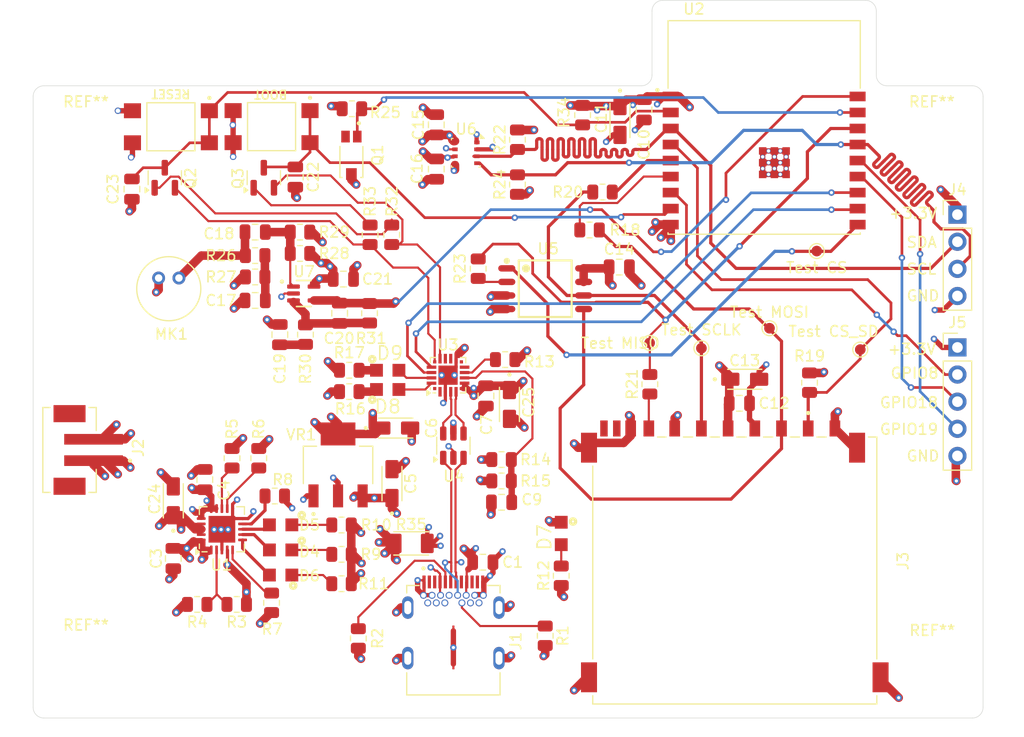
<source format=kicad_pcb>
(kicad_pcb (version 20241229) (generator "pcbnew") (generator_version "9.0")
  (layers (0 "F.Cu" signal) (4 "In1.Cu" signal) (6 "In2.Cu" signal) (2 "B.Cu" signal) (13 "F.Paste" user) (15 "B.Paste" user) (5 "F.SilkS" user "F.Silkscreen") (7 "B.SilkS" user "B.Silkscreen") (1 "F.Mask" user) (3 "B.Mask" user) (25 "Edge.Cuts" user))
  (net 0 "")
  (net 1 "/VBUS")
  (net 2 "GND")
  (net 3 "+5V")
  (net 4 "/VBAT")
  (net 5 "+3.3V")
  (net 6 "Net-(U3-VBUS)")
  (net 7 "Net-(C17-Pad1)")
  (net 8 "Net-(C18-Pad1)")
  (net 9 "Net-(U7-IN+)")
  (net 10 "Net-(C19-Pad1)")
  (net 11 "Net-(U7-IN-)")
  (net 12 "/ESP32/MIC_OUT")
  (net 13 "/ESP32/BOOT")
  (net 14 "/ESP32/EN")
  (net 15 "/+5V_USB")
  (net 16 "/CHARGED")
  (net 17 "Net-(D4-Pad+)")
  (net 18 "Net-(D5-Pad+)")
  (net 19 "/CHARGING")
  (net 20 "Net-(D6-Pad+)")
  (net 21 "/POWER_GOOD")
  (net 22 "Net-(D7-Pad-)")
  (net 23 "Net-(U3-~{TXT}{slash}GPIO.2)")
  (net 24 "Net-(D8-Pad+)")
  (net 25 "Net-(D9-Pad+)")
  (net 26 "Net-(U3-~{RXT}{slash}GPIO.3)")
  (net 28 "/USB_DP")
  (net 30 "Net-(J1-CC1)")
  (net 31 "Net-(J1-CC2)")
  (net 32 "/USB_DN")
  (net 41 "/ESP32/CS_SD")
  (net 43 "/ESP32/SCLK")
  (net 45 "/ESP32/MOSI")
  (net 46 "/ESP32/DAT0")
  (net 47 "/ESP32/SDA")
  (net 48 "/ESP32/SCL")
  (net 49 "/ESP32/GPIO8")
  (net 50 "/ESP32/GPIO18")
  (net 51 "/ESP32/GPIO19")
  (net 52 "/ESP32/PHOTO_C")
  (net 53 "/ESP32/RTS")
  (net 54 "Net-(Q2-B)")
  (net 55 "Net-(Q3-B)")
  (net 56 "/ESP32/DTR")
  (net 57 "Net-(U1-VPCC)")
  (net 58 "Net-(U1-PROG1)")
  (net 59 "Net-(U1-PROG3)")
  (net 60 "Net-(U1-THERM)")
  (net 61 "Net-(U1-~{TE})")
  (net 62 "Net-(U3-~{RST})")
  (net 63 "Net-(U2-IO7)")
  (net 64 "Net-(U2-IO6)")
  (net 65 "/ESP32/MISO")
  (net 66 "Net-(U5-DO(IO1))")
  (net 67 "/ESP32/CS")
  (net 68 "/ESP32/TXD")
  (net 69 "/ESP32/RXD")
  (net 72 "/ESP32/USB_D-")
  (net 77 "/ESP32/USB_D+")
  (footprint "Capacitor_SMD:C_0805_2012Metric" (layer "F.Cu") (at 123.175 93.2625 -90)
    (property "Reference" "C3")
    (property "Value" "4.7u")
  )
  (footprint "ESP32_Peter_dalmaris:VREG_LM1117MPX-3.3" (layer "F.Cu") (at 138.6 84.5 90)
    (property "Reference" "VR1")
    (property "Value" "LM1117MPX-3.3")
  )
  (footprint "Capacitor_SMD:C_0805_2012Metric" (layer "F.Cu") (at 139.1 67.1)
    (property "Reference" "C21")
    (property "Value" "100n")
  )
  (footprint "Resistor_SMD:R_0805_2012Metric" (layer "F.Cu") (at 155.4 54.05 90)
    (property "Reference" "R22")
    (property "Value" "4.7k")
  )
  (footprint "ESP32_Peter_dalmaris:TRANS_TEMT6000X01" (layer "F.Cu") (at 139.85 55.51 -90)
    (property "Reference" "Q1")
    (property "Value" "TEMT6000X01")
  )
  (footprint "ESP32_Peter_dalmaris:CUI_CMC-5042PF-AC" (layer "F.Cu") (at 122.75 68 90)
    (property "Reference" "MK1")
    (property "Value" "CMC-5042PF-AC")
  )
  (footprint "ESP32_Peter_dalmaris:AMPHENOL_GSD090012SEU" (layer "F.Cu") (at 175.75 94.3875)
    (property "Reference" "J3")
    (property "Value" "GSD090012SEU")
  )
  (footprint "ESP32_Peter_dalmaris:DIOC200X125X110" (layer "F.Cu") (at 133.225 94.8125)
    (property "Reference" "D6")
    (property "Value" "LTST-C170KBKT")
  )
  (footprint "Connector_PinHeader_2.54mm:PinHeader_1x05_P2.54mm_Vertical" (layer "F.Cu") (at 196.6 73.5)
    (property "Reference" "J5")
    (property "Value" "Conn_01x05_Pin")
  )
  (footprint "Capacitor_SMD:C_0805_2012Metric" (layer "F.Cu") (at 130.8375 62.7)
    (property "Reference" "C18")
    (property "Value" "10n")
  )
  (footprint "ESP32_Peter_dalmaris:BELFUSE_SS-52400-003" (layer "F.Cu") (at 149.4 102.5895)
    (property "Reference" "J1")
    (property "Value" "SS-52400-003")
  )
  (footprint "Resistor_SMD:R_0805_2012Metric" (layer "F.Cu") (at 140.5 100.75 -90)
    (property "Reference" "R2")
    (property "Value" "5k1")
  )
  (footprint "Capacitor_SMD:C_0805_2012Metric" (layer "F.Cu") (at 167.25 51.25 -90)
    (property "Reference" "C10")
    (property "Value" "0.1u")
  )
  (footprint "Resistor_SMD:R_0805_2012Metric" (layer "F.Cu") (at 163.3625 58.95)
    (property "Reference" "R20")
    (property "Value" "50")
  )
  (footprint "Package_TO_SOT_SMD:SOT-23" (layer "F.Cu") (at 131.65 57.61 90)
    (property "Reference" "Q3")
    (property "Value" "BC817")
  )
  (footprint "Resistor_SMD:R_0805_2012Metric" (layer "F.Cu") (at 139.9 51.15 180)
    (property "Reference" "R25")
    (property "Value" "10k")
  )
  (footprint "ESP32_Peter_dalmaris:0ZCJ0110FF2E" (layer "F.Cu") (at 145.45 91.85 180)
    (property "Reference" "R35")
    (property "Value" "0ZCJ0110FF2E")
  )
  (footprint "Resistor_SMD:R_0805_2012Metric" (layer "F.Cu") (at 138.925 90.125 180)
    (property "Reference" "R10")
    (property "Value" "470")
  )
  (footprint "MountingHole:MountingHole_2.5mm" (layer "F.Cu") (at 194.207107 54)
    (property "Reference" "REF**")
    (property "Value" "MountingHole_2.5mm")
  )
  (footprint "Resistor_SMD:R_0805_2012Metric" (layer "F.Cu") (at 138.925 92.875 180)
    (property "Reference" "R9")
    (property "Value" "470")
  )
  (footprint "Resistor_SMD:R_0805_2012Metric" (layer "F.Cu") (at 130.8375 64.9 180)
    (property "Reference" "R26")
    (property "Value" "2k")
  )
  (footprint "ESP32_Peter_dalmaris:SW_TL3305AF260QG" (layer "F.Cu") (at 122.95 52.8375 -90)
    (property "Reference" "S2")
    (property "Value" "RESET")
  )
  (footprint "Resistor_SMD:R_0805_2012Metric" (layer "F.Cu") (at 135.55 72.3 -90)
    (property "Reference" "R30")
    (property "Value" "10k")
  )
  (footprint "ESP32_Peter_dalmaris:CAPMP3216X180N" (layer "F.Cu") (at 165 52.25 -90)
    (property "Reference" "C11")
    (property "Value" "10u")
  )
  (footprint "Resistor_SMD:R_0805_2012Metric" (layer "F.Cu") (at 161.5 51.75 90)
    (property "Reference" "R34")
    (property "Value" "10k")
  )
  (footprint "TestPoint:TestPoint_Pad_D1.0mm" (layer "F.Cu") (at 187.5 73.7)
    (property "Reference" "TP4")
    (property "Value" "Test CS_SD")
  )
  (footprint "Resistor_SMD:R_0805_2012Metric" (layer "F.Cu") (at 131.175 83.875 -90)
    (property "Reference" "R6")
    (property "Value" "20k")
  )
  (footprint "Resistor_SMD:R_0805_2012Metric" (layer "F.Cu") (at 153.9125 84)
    (property "Reference" "R14")
    (property "Value" "22.1k")
  )
  (footprint "Resistor_SMD:R_0805_2012Metric" (layer "F.Cu") (at 135.0375 64.7 180)
    (property "Reference" "R28")
    (property "Value" "1M")
  )
  (footprint "Resistor_SMD:R_0805_2012Metric" (layer "F.Cu") (at 167.796 76.9465 90)
    (property "Reference" "R21")
    (property "Value" "50")
  )
  (footprint "Capacitor_SMD:C_0805_2012Metric" (layer "F.Cu") (at 133.15 72.3 90)
    (property "Reference" "C19")
    (property "Value" "1u")
  )
  (footprint "ESP32_Peter_dalmaris:MODULE_ESP32-C3-WROOM-02-H4" (layer "F.Cu") (at 178.5 52.9)
    (property "Reference" "U2")
    (property "Value" "ESP32-C3-WROOM-02-H4")
  )
  (footprint "Capacitor_SMD:C_0805_2012Metric" (layer "F.Cu") (at 164.9345 65.978)
    (property "Reference" "C14")
    (property "Value" "0.1u")
  )
  (footprint "MountingHole:MountingHole_2.5mm" (layer "F.Cu") (at 115 103)
    (property "Reference" "REF**")
    (property "Value" "MountingHole_2.5mm")
  )
  (footprint "MountingHole:MountingHole_2.5mm" (layer "F.Cu") (at 115 54)
    (property "Reference" "REF**")
    (property "Value" "MountingHole_2.5mm")
  )
  (footprint "ESP32_Peter_dalmaris:DIOC200X125X110" (layer "F.Cu") (at 143.25 75.6375 180)
    (property "Reference" "D9")
    (property "Value" "LTST-C170KBKT")
  )
  (footprint "Resistor_SMD:R_0805_2012Metric" (layer "F.Cu") (at 182.75 76.8 90)
    (property "Reference" "R19")
    (property "Value" "10k")
  )
  (footprint "TestPoint:TestPoint_Pad_D1.0mm" (layer "F.Cu") (at 172.625 73.575)
    (property "Reference" "TP3")
    (property "Value" "Test SCLK")
  )
  (footprint "ESP32_Peter_dalmaris:SW_TL3305AF260QG" (layer "F.Cu") (at 132.375 52.825 -90)
    (property "Reference" "S1")
    (property "Value" "BOOT")
  )
  (footprint "Resistor_SMD:R_0805_2012Metric" (layer "F.Cu") (at 155.4 58.25 -90)
    (property "Reference" "R24")
    (property "Value" "4.7k")
  )
  (footprint "Resistor_SMD:R_0805_2012Metric" (layer "F.Cu") (at 141.6 62.95 90)
    (property "Reference" "R33")
    (property "Value" "10k")
  )
  (footprint "ESP32_Peter_dalmaris:JST_B2B-PH-SM4-TB" (layer "F.Cu") (at 113.4575 83.1 90)
    (property "Reference" "J2")
    (property "Value" "B2B-PH-SM4-TB")
  )
  (footprint "Capacitor_SMD:C_0805_2012Metric" (layer "F.Cu") (at 147.8 52.65 90)
    (property "Reference" "C15")
    (property "Value" "100n")
  )
  (footprint "Capacitor_SMD:C_0805_2012Metric" (layer "F.Cu") (at 138.75 70.3 90)
    (property "Reference" "C20")
    (property "Value" "100p")
  )
  (footprint "Capacitor_SMD:C_0805_2012Metric" (layer "F.Cu") (at 147.8 56.8 -90)
    (property "Reference" "C16")
    (property "Value" "100n")
  )
  (footprint "Capacitor_SMD:C_0805_2012Metric" (layer "F.Cu") (at 152.45 78.0375 -90)
    (property "Reference" "C7")
    (property "Value" "0.1u")
  )
  (footprint "Capacitor_SMD:C_0805_2012Metric" (layer "F.Cu") (at 134.6 57.5475 -90)
    (property "Reference" "C22")
    (property "Value" "100n")
  )
  (footprint "ESP32_Peter_dalmaris:SOT65P210X110-5N" (layer "F.Cu") (at 135.39 68.45)
    (property "Reference" "U7")
    (property "Value" "MAX4466EXK")
  )
  (footprint "Package_DFN_QFN:QFN-20-1EP_4x4mm_P0.5mm_EP2.5x2.5mm" (layer "F.Cu") (at 127.725 90.525 90)
    (property "Reference" "U1")
    (property "Value" "MCP73871")
  )
  (footprint "Capacitor_SMD:C_0805_2012Metric" (layer "F.Cu") (at 130.8375 69.1 180)
    (property "Reference" "C17")
    (property "Value" "100n")
  )
  (footprint "ESP32_Peter_dalmaris:SOIC127P790X216-8N" (layer "F.Cu") (at 158 68)
    (property "Reference" "U5")
    (property "Value" "W25Q32JVSSIQ")
  )
  (footprint "ESP32_Peter_dalmaris:DIOC200X125X110" (layer "F.Cu") (at 133.225 92.4625)
    (property "Reference" "D4")
    (property "Value" "LTST-C170KGKT")
  )
  (footprint "Capacitor_SMD:C_0805_2012Metric" (layer "F.Cu") (at 152.156 93.6095)
    (property "Reference" "C1")
    (property "Value" "0.1u")
  )
  (footprint "Package_TO_SOT_SMD:SOT-23" (layer "F.Cu") (at 122.3775 57.61 90)
    (property "Reference" "Q2")
    (property "Value" "BC817")
  )
  (footprint "Resistor_SMD:R_0805_2012Metric" (layer "F.Cu") (at 138.925 95.625 180)
    (property "Reference" "R11")
    (property "Value" "470")
  )
  (footprint "ESP32_Peter_dalmaris:DIOC200X125X110" (layer "F.Cu") (at 133.225 90.1125)
    (property "Reference" "D5")
    (property "Value" "LTST-C170KRKT")
  )
  (footprint "Capacitor_SMD:C_0805_2012Metric" (layer "F.Cu") (at 176.18 78.7315)
    (property "Reference" "C12")
    (property "Value" "0.1u")
  )
  (footprint "TestPoint:TestPoint_Pad_D1.0mm" (layer "F.Cu") (at 179 71.7)
    (property "Reference" "TP1")
    (property "Value" "Test MOSI")
  )
  (footprint "Capacitor_SMD:C_0805_2012Metric" (layer "F.Cu") (at 126.125 85.875 90)
    (property "Reference" "C4")
    (property "Value" "4.7u")
  )
  (footprint "Resistor_SMD:R_0805_2012Metric" (layer "F.Cu") (at 128.675 83.875 -90)
    (property "Reference" "R5")
    (property "Value" "2k")
  )
  (footprint "ESP32_Peter_dalmaris:CAPMP3216X180N" (layer "F.Cu") (at 143.65 86.25 90)
    (property "Reference" "C5")
    (property "Value" "10u")
  )
  (footprint "Resistor_SMD:R_0805_2012Metric" (layer "F.Cu") (at 132.375 97.4125 90)
    (property "Reference" "R7")
    (property "Value" "10k")
  )
  (footprint "Resistor_SMD:R_0805_2012Metric" (layer "F.Cu") (at 129.1125 97.5625 180)
    (property "Reference" "R3")
    (property "Value" "330k")
  )
  (footprint "Resistor_SMD:R_0805_2012Metric" (layer "F.Cu") (at 135.0375 62.7)
    (property "Reference" "R29")
    (property "Value" "1M")
  )
  (footprint "Resistor_SMD:R_0805_2012Metric" (layer "F.Cu") (at 139.65 75.6375)
    (property "Reference" "R17")
    (property "Value" "470")
  )
  (footprint "Resistor_SMD:R_0805_2012Metric" (layer "F.Cu") (at 125.4125 97.5625 180)
    (property "Reference" "R4")
    (property "Value" "110k")
  )
  (footprint "Capacitor_SMD:C_0805_2012Metric" (layer "F.Cu") (at 153.9125 88 180)
    (property "Reference" "C9")
    (property "Value" "1u")
  )
  (footprint "Resistor_SMD:R_0805_2012Metric" (layer "F.Cu") (at 143.625 62.95 90)
    (property "Reference" "R32")
    (property "Value" "10k")
  )
  (footprint "Resistor_SMD:R_0805_2012Metric" (layer "F.Cu") (at 141.55 70.3 90)
    (property "Reference" "R31")
    (property "Value" "100k")
  )
  (footprint "Resistor_SMD:R_0805_2012Metric" (layer "F.Cu") (at 151.725 66.125 -90)
    (property "Reference" "R23")
    (property "Value" "50")
  )
  (footprint "Resistor_SMD:R_0805_2012Metric" (layer "F.Cu") (at 153.9125 86 180)
    (property "Reference" "R15")
    (property "Value" "47.5k")
  )
  (footprint "ESP32_Peter_dalmaris:DIOC200X125X110" (layer "F.Cu") (at 159.5 90.919 90)
    (property "Reference" "D7")
    (property "Value" "LTST-C170KGKT")
  )
  (footprint "ESP32_Peter_dalmaris:CAPMP3216X180N" (layer "F.Cu") (at 176.68 76.4815)
    (property "Reference" "C13")
    (property "Value" "10u")
  )
  (footprint "Resistor_SMD:R_0805_2012Metric" (layer "F.Cu") (at 139.65 77.6375)
    (property "Reference" "R16")
    (property "Value" "470")
  )
  (footprint "Capacitor_SMD:C_0805_2012Metric" (layer "F.Cu") (at 119.3 58.675 -90)
    (property "Reference" "C23")
    (property "Value" "100n")
  )
  (footprint "TestPoint:TestPoint_Pad_D1.0mm" (layer "F.Cu") (at 167.775 73.075)
    (property "Reference" "TP2")
    (property "Value" "Test MISO")
  )
  (footprint "Resistor_SMD:R_0805_2012Metric" (layer "F.Cu") (at 132.675 87.4125 180)
    (property "Reference" "R8")
    (property "Value" "10k")
  )
  (footprint "Package_TO_SOT_SMD:SOT-23-6" (layer "F.Cu") (at 149.4 82.7 90)
    (property "Reference" "U4")
    (property "Value" "USBLC6-2SC6")
  )
  (footprint "ESP32_Peter_dalmaris:CAPMP3216X180N" (layer "F.Cu") (at 154.65 78.8375 -90)
    (property "Reference" "C25")
    (property "Value" "4.7u")
  )
  (footprint "MountingHole:MountingHole_2.5mm" (layer "F.Cu") (at 194.25 103.5)
    (property "Reference" "REF**")
    (property "Value" "MountingHole_2.5mm")
  )
  (footprint "Resistor_SMD:R_0805_2012Metric" (layer "F.Cu") (at 158 100.5 -90)
    (property "Reference" "R1")
    (property "Value" "5k1")
  )
  (footprint "Package_LGA:Bosch_LGA-8_2.5x2.5mm_P0.65mm_ClockwisePinNumbering" (layer "F.Cu") (at 150.575 55.275 -90)
    (property "Reference" "U6")
    (property "Value" "BME280")
  )
  (footprint "ESP32_Peter_dalmaris:CAPMP3216X180N" (layer "F.Cu") (at 144 81.05)
    (property "Reference" "C6")
    (property "Value" "10u")
  )
  (footprint "Resistor_SMD:R_0805_2012Metric" (layer "F.Cu") (at 154.25 74.6375 180)
    (property "Reference" "R13")
    (property "Value" "1k")
  )
  (footprint "Resistor_SMD:R_0805_2012Metric" (layer "F.Cu") (at 159.5 94.8795 90)
    (property "Reference" "R12")
    (property "Value" "470")
  )
  (footprint "Resistor_SMD:R_0805_2012Metric" (layer "F.Cu") (at 162.15 62.5)
    (property "Reference" "R18")
    (property "Value" "50")
  )
  (footprint "Connector_PinHeader_2.54mm:PinHeader_1x04_P2.54mm_Vertical" (layer "F.Cu") (at 196.6 61.064)
    (property "Reference" "J4")
    (property "Value" "Conn_01x04_Pin")
  )
  (footprint "Resistor_SMD:R_0805_2012Metric" (layer "F.Cu") (at 130.8375 66.9)
    (property "Reference" "R27")
    (property "Value" "2k")
  )
  (footprint "TestPoint:TestPoint_Pad_D1.0mm" (layer "F.Cu") (at 183.425 64.475)
    (property "Reference" "TP5")
    (property "Value" "Test CS")
  )
  (footprint "Package_DFN_QFN:SiliconLabs_QFN-20-1EP_3x3mm_P0.5mm_EP1.8x1.8mm" (layer "F.Cu") (at 148.9 76.1 90)
    (property "Reference" "U3")
    (property "Value" "CP2102N-Axx-xQFN20")
  )
  (footprint "ESP32_Peter_dalmaris:CAPMP3216X180N" (layer "F.Cu") (at 123.175 87.8625 90)
    (property "Reference" "C24")
    (property "Value" "10u")
  )
  (footprint "ESP32_Peter_dalmaris:DIOC200X125X110" (layer "F.Cu") (at 143.25 77.4375 180)
    (property "Reference" "D8")
    (property "Value" "LTST-C170KGKT")
  )
  (gr_circle (center 135.2 91.6) (end 135.3 91.6) (stroke (width 0.3)) (fill no) (layer "F.SilkS"))
  (gr_circle (center 160.6 89.8) (end 160.7 89.8) (stroke (width 0.3)) (fill no) (layer "F.SilkS"))
  (gr_circle (center 135.2 89.2) (end 135.3 89.2) (stroke (width 0.3)) (fill no) (layer "F.SilkS"))
  (gr_circle (center 141.8 74.6) (end 141.9 74.6) (stroke (width 0.3)) (fill no) (layer "F.SilkS"))
  (gr_circle (center 134.4 95.8) (end 134.5 95.8) (stroke (width 0.3)) (fill no) (layer "F.SilkS"))
  (gr_circle (center 141.8 78.4) (end 141.9 78.4) (stroke (width 0.3)) (fill no) (layer "F.SilkS"))
  (gr_arc (start 110.05 50) (mid 110.342893 49.292893) (end 111.05 49) (stroke (width 0.05)) (layer "Edge.Cuts"))
  (gr_arc (start 198 49) (mid 198.707107 49.292893) (end 199 50) (stroke (width 0.05)) (layer "Edge.Cuts"))
  (gr_line (start 190 49) (end 198 49) (stroke (width 0.05)) (layer "Edge.Cuts"))
  (gr_line (start 111.05 49) (end 167 49) (stroke (width 0.05)) (layer "Edge.Cuts"))
  (gr_arc (start 111.05 108.2) (mid 110.342893 107.907107) (end 110.05 107.2) (stroke (width 0.05)) (layer "Edge.Cuts"))
  (gr_arc (start 168 48) (mid 167.707107 48.707107) (end 167 49) (stroke (width 0.05)) (layer "Edge.Cuts"))
  (gr_line (start 111.05 108.2) (end 198 108.2) (stroke (width 0.05)) (layer "Edge.Cuts"))
  (gr_arc (start 188 41) (mid 188.707107 41.292893) (end 189 42) (stroke (width 0.05)) (layer "Edge.Cuts"))
  (gr_line (start 110.05 50) (end 110.05 107.2) (stroke (width 0.05)) (layer "Edge.Cuts"))
  (gr_line (start 168 48) (end 168 42) (stroke (width 0.05)) (layer "Edge.Cuts"))
  (gr_arc (start 190 49) (mid 189.292893 48.707107) (end 189 48) (stroke (width 0.05)) (layer "Edge.Cuts"))
  (gr_arc (start 199 107.2) (mid 198.707107 107.907107) (end 198 108.2) (stroke (width 0.05)) (layer "Edge.Cuts"))
  (gr_line (start 199 50) (end 199 107.2) (stroke (width 0.05)) (layer "Edge.Cuts"))
  (gr_line (start 189 48) (end 189 42) (stroke (width 0.05)) (layer "Edge.Cuts"))
  (gr_line (start 169 41) (end 188 41) (stroke (width 0.05)) (layer "Edge.Cuts"))
  (gr_arc (start 168 42) (mid 168.292893 41.292893) (end 169 41) (stroke (width 0.05)) (layer "Edge.Cuts"))
  (gr_text "+3.3V" (at 190.125 61.525 0) (layer "F.SilkS") (effects (font (size 1 1) (thickness 0.15) (bold yes)) (justify left bottom)))
  (gr_text "+3.3V" (at 190 74.25 0) (layer "F.SilkS") (effects (font (size 1 1) (thickness 0.15) (bold yes)) (justify left bottom)))
  (gr_text "GND" (at 191.75 69.25 0) (layer "F.SilkS") (effects (font (size 1 1) (thickness 0.15) (bold yes)) (justify left bottom)))
  (gr_text "GND" (at 191.75 84.25 0) (layer "F.SilkS") (effects (font (size 1 1) (thickness 0.15) (bold yes)) (justify left bottom)))
  (gr_text "GPIO8" (at 190.25 76.5 0) (layer "F.SilkS") (effects (font (size 1 1) (thickness 0.15) (bold yes)) (justify left bottom)))
  (gr_text "SDA" (at 191.75 64.25 0) (layer "F.SilkS") (effects (font (size 1 1) (thickness 0.15) (bold yes)) (justify left bottom)))
  (gr_text "SCL" (at 191.75 66.75 0) (layer "F.SilkS") (effects (font (size 1 1) (thickness 0.15) (bold yes)) (justify left bottom)))
  (gr_text "GPIO18" (at 189.25 79.25 0) (layer "F.SilkS") (effects (font (size 1 1) (thickness 0.15) (bold yes)) (justify left bottom)))
  (gr_text "GPIO19" (at 189.25 81.75 0) (layer "F.SilkS") (effects (font (size 1 1) (thickness 0.15) (bold yes)) (justify left bottom)))
  (segment (start 147.275 94.1) (end 147.4 94.1) (width 0.2) (layer "F.Cu") (net 1))
  (segment (start 153 84) (end 152 84) (width 0.8) (layer "F.Cu") (net 1))
  (segment (start 151.206 93.181) (end 150.375 92.35) (width 0.8) (layer "F.Cu") (net 1))
  (segment (start 150.65 94.1655) (end 151.206 93.6095) (width 0.2) (layer "F.Cu") (net 1))
  (segment (start 151.206 93.869) (end 150.8 94.275) (width 0.6) (layer "F.Cu") (net 1))
  (segment (start 146.955 90.47) (end 147.1 90.325) (width 0.4) (layer "F.Cu") (net 1))
  (segment (start 147.862455 94.409498) (end 148.15 94.697043) (width 0.2) (layer "F.Cu") (net 1))
  (segment (start 147.45 91.85) (end 148.15 91.15) (width 0.4) (layer "F.Cu") (net 1))
  (segment (start 148.15 96.6595) (end 148.2 96.7095) (width 0.2) (layer "F.Cu") (net 1))
  (segment (start 147.709498 94.409498) (end 147.862455 94.409498) (width 0.2) (layer "F.Cu") (net 1))
  (segment (start 148.2 92.075) (end 147.18 92.075) (width 0.4) (layer "F.Cu") (net 1))
  (segment (start 147.4 94.1) (end 147.709498 94.409498) (width 0.2) (layer "F.Cu") (net 1))
  (segment (start 150.65 95.4595) (end 150.65 94.1655) (width 0.2) (layer "F.Cu") (net 1))
  (segment (start 148.15 95.4595) (end 148.15 96.6595) (width 0.2) (layer "F.Cu") (net 1))
  (segment (start 151.206 93.6095) (end 151.206 93.181) (width 0.8) (layer "F.Cu") (net 1))
  (segment (start 146.955 91.85) (end 146.955 90.47) (width 0.4) (layer "F.Cu") (net 1))
  (segment (start 148.15 94.697043) (end 148.15 95.4595) (width 0.2) (layer "F.Cu") (net 1))
  (segment (start 151.206 92.594) (end 151.5 92.3) (width 0.6) (layer "F.Cu") (net 1))
  (segment (start 150.6 95.5095) (end 150.65 95.4595) (width 0.2) (layer "F.Cu") (net 1))
  (segment (start 150.6 96.7095) (end 150.6 95.5095) (width 0.2) (layer "F.Cu") (net 1))
  (segment (start 149.4 81.5625) (end 149.4 80.55) (width 0.6) (layer "F.Cu") (net 1))
  (segment (start 151.206 93.6095) (end 151.206 92.594) (width 0.6) (layer "F.Cu") (net 1))
  (via (at 147.275 94.1) (size 0.6) (drill 0.3) (layers "F.Cu" "B.Cu") (net 1))
  (via (at 148.2 92.075) (size 0.6) (drill 0.3) (layers "F.Cu" "B.Cu") (net 1))
  (via (at 150.375 92.35) (size 0.6) (drill 0.3) (layers "F.Cu" "B.Cu") (net 1))
  (via (at 149.4 80.55) (size 0.6) (drill 0.3) (layers "F.Cu" "B.Cu") (net 1))
  (via (at 152 84) (size 0.6) (drill 0.3) (layers "F.Cu" "B.Cu") (net 1))
  (via (at 151.5 92.3) (size 0.6) (drill 0.3) (layers "F.Cu" "B.Cu") (net 1))
  (via (at 147.1 90.325) (size 0.6) (drill 0.3) (layers "F.Cu" "B.Cu") (net 1))
  (via (at 148.15 91.15) (size 0.6) (drill 0.3) (layers "F.Cu" "B.Cu") (net 1))
  (segment (start 161.0875 82.8875) (end 160.7 82.5) (width 0.8) (layer "F.Cu") (net 2))
  (segment (start 152.45 78.9875) (end 152.45 79.1) (width 0.8) (layer "F.Cu") (net 2))
  (segment (start 132.4 71.35) (end 131.95 70.9) (width 0.8) (layer "F.Cu") (net 2))
  (segment (start 178.36 55.1) (end 179.46 55.1) (width 0.5) (layer "F.Cu") (net 2))
  (segment (start 133.5875 87.8375) (end 134.3 88.55) (width 0.5) (layer "F.Cu") (net 2))
  (segment (start 127.725 90.525) (end 128.725 89.525) (width 0.3) (layer "F.Cu") (net 2))
  (segment (start 148.45 78.55) (end 148.45 78.7) (width 0.2) (layer "F.Cu") (net 2))
  (segment (start 144.2 84.9) (end 144.95 84.15) (width 0.8) (layer "F.Cu") (net 2))
  (segment (start 152.134 96.6435) (end 151.466 96.6435) (width 0.5) (layer "F.Cu") (net 2))
  (segment (start 123.175 94.2125) (end 123.175 94.825) (width 0.8) (layer "F.Cu") (net 2))
  (segment (start 145.5 82.3) (end 145.5 81.2) (width 0.8) (layer "F.Cu") (net 2))
  (segment (start 154.4905 97.8595) (end 154.75 97.6) (width 0.8) (layer "F.Cu") (net 2))
  (segment (start 123.175 86.5125) (end 123.175 86.375) (width 0.8) (layer "F.Cu") (net 2))
  (segment (start 125.425 84.925) (end 124.85 85.5) (width 0.8) (layer "F.Cu") (net 2))
  (segment (start 140.5 102.4) (end 140.75 102.65) (width 0.8) (layer "F.Cu") (net 2))
  (segment (start 179.46 56.2) (end 179.46 55.1) (width 0.5) (layer "F.Cu") (net 2))
  (segment (start 149.4 103.1395) (end 149.4 100.0395) (width 0.5) (layer "F.Cu") (net 2))
  (segment (start 133.5875 87.4125) (end 133.5875 87.8375) (width 0.5) (layer "F.Cu") (net 2))
  (segment (start 167.25 52.3) (end 166.4 53.15) (width 0.5) (layer "F.Cu") (net 2))
  (segment (start 134.6 59.335) (end 134.75 59.485) (width 0.8) (layer "F.Cu") (net 2))
  (segment (start 123.175 86.375) (end 122 85.2) (width 0.8) (layer "F.Cu") (net 2))
  (segment (start 130.175 89.525) (end 129.6625 89.525) (width 0.3) (layer "F.Cu") (net 2))
  (segment (start 178.36 56.2) (end 179.46 56.2) (width 0.5) (layer "F.Cu") (net 2))
  (segment (start 148.95 82.75) (end 149.4 83.2) (width 0.2) (layer "F.Cu") (net 2))
  (segment (start 196.45 85.95) (end 196.45 83.8) (width 0.8) (layer "F.Cu") (net 2))
  (segment (start 151.575 53.55) (end 151.575 54.275) (width 0.4) (layer "F.Cu") (net 2))
  (segment (start 194.475 70) (end 195.284 70) (width 0.5) (layer "F.Cu") (net 2))
  (segment (start 169.75 62) (end 168.548 62) (width 0.8) (layer "F.Cu") (net 2))
  (segment (start 130.675 89.025) (end 130.175 89.525) (width 0.3) (layer "F.Cu") (net 2))
  (segment (start 153.106 93.6095) (end 153.106 93.494) (width 0.5) (layer "F.Cu") (net 2))
  (segment (start 143.65 84.9) (end 144.2 84.9) (width 0.8) (layer "F.Cu") (net 2))
  (segment (start 178.03 76.4815) (end 178.03 75.77) (width 0.5) (layer "F.Cu") (net 2))
  (segment (start 147.8 51.7) (end 147.2 51.7) (width 0.8) (layer "F.Cu") (net 2))
  (segment (start 126.125 84.925) (end 125.425 84.925) (width 0.8) (layer "F.Cu") (net 2))
  (segment (start 128.675 82.9625) (end 128.7375 82.9625) (width 0.8) (layer "F.Cu") (net 2))
  (segment (start 152.2 96.7095) (end 152.134 96.6435) (width 0.5) (layer "F.Cu") (net 2))
  (segment (start 179.46 57.3) (end 178.36 57.3) (width 0.5) (layer "F.Cu") (net 2))
  (segment (start 119.3 59.625) (end 119.3 60.525) (width 0.8) (layer "F.Cu") (net 2))
  (segment (start 166 81.0875) (end 166 80) (width 0.8) (layer "F.Cu") (net 2))
  (segment (start 153.106 93.494) (end 154 92.6) (width 0.5) (layer "F.Cu") (net 2))
  (segment (start 146.4905 95.3) (end 146.65 95.4595) (width 0.2) (layer "F.Cu") (net 2))
  (segment (start 164.35 53.6) (end 163.7 54.25) (width 0.5) (layer "F.Cu") (net 2))
  (segment (start 129.8875 69.1) (end 129.6 69.1) (width 0.8) (layer "F.Cu") (net 2))
  (segment (start 119.35 54.3375) (end 119.35 55.575) (width 0.5) (layer "F.Cu") (net 2))
  (segment (start 177.625 80.725) (end 177.13 80.23) (width 0.5) (layer "F.Cu") (net 2))
  (segment (start 180.56 57.3) (end 179.46 57.3) (width 0.5) (layer "F.Cu") (net 2))
  (segment (start 165.8845 66.5845) (end 167 67.7) (width 0.8) (layer "F.Cu") (net 2))
  (segment (start 153 86) (end 152 86) (width 0.8) (layer "F.Cu") (net 2))
  (segment (start 177.625 81.0875) (end 177.625 80.725) (width 0.5) (layer "F.Cu") (net 2))
  (segment (start 146.616 96.6935) (end 146.6 96.7095) (width 0.4) (layer "F.Cu") (net 2))
  (segment (start 189.4 104.6) (end 191.1 106.3) (width 0.8) (layer "F.Cu") (net 2))
  (segment (start 128.775 54.325) (end 128.775 55.65) (width 0.5) (layer "F.Cu") (net 2))
  (segment (start 144.2605 102.5895) (end 144.05 102.8) (width 0.8) (layer "F.Cu") (net 2))
  (segment (start 185.125 79.775) (end 185.4 79.5) (width 0.8) (layer "F.Cu") (net 2))
  (segment (start 178.03 75.77) (end 178.7 75.1) (width 0.5) (layer "F.Cu") (net 2))
  (segment (start 166 80) (end 165.85 79.85) (width 0.8) (layer "F.Cu") (net 2))
  (segment (start 132.375 98.325) (end 132.325 98.325) (width 0.8) (layer "F.Cu") (net 2))
  (segment (start 121.8 68.1) (end 121.575 68.325) (width 0.8) (layer "F.Cu") (net 2))
  (segment (start 162.549 82.4385) (end 162.1 82.8875) (width 0.8) (layer "F.Cu") (net 2))
  (segment (start 152.251 95.4595) (end 152.251 96.6585) (width 0.5) (layer "F.Cu") (net 2))
  (segment (start 144.4905 97.8595) (end 144.05 98.3) (width 0.8) (layer "F.Cu") (net 2))
  (segment (start 145.13 97.8595) (end 144.4905 97.8595) (width 0.8) (layer "F.Cu") (net 2))
  (segment (start 140.5 101.6625) (end 140.5 102.4) (width 0.8) (layer "F.Cu") (net 2))
  (segment (start 146.05 96.1595) (end 146.05 95.3) (width 0.5) (layer "F.Cu") (net 2))
  (segment (start 149.55 56.85) (end 149.55 56.426) (width 0.8) (layer "F.Cu") (net 2))
  (segment (start 185.125 81.0875) (end 185.125 79.775) (width 0.8) (layer "F.Cu") (net 2))
  (segment (start 177.13 78.7315) (end 177.13 77.3815) (width 0.5) (layer "F.Cu") (net 2))
  (segment (start 154.4 69.905) (end 153.095 69.905) (width 0.8) (layer "F.Cu") (net 2))
  (segment (start 128.725 89.525) (end 129.6625 89.525) (width 0.3) (layer "F.Cu") (net 2))
  (segment (start 134.43 68.45) (end 133.6 68.45) (width 0.2) (layer "F.Cu") (net 2))
  (segment (start 195.284 70) (end 196.6 68.684) (width 0.5) (layer "F.Cu") (net 2))
  (segment (start 135.7 87.4) (end 135.35 87.75) (width 0.5) (layer "F.Cu") (net 2))
  (segment (start 149.55 56.85) (end 149.45 56.95) (width 0.2) (layer "F.Cu") (net 2))
  (segment (start 196.5 86) (end 196.45 85.95) (width 0.8) (layer "F.Cu") (net 2))
  (segment (start 123.175 94.825) (end 122.8 95.2) (width 0.8) (layer "F.Cu") (net 2))
  (segment (start 154.65 80.1875) (end 155.2375 80.1875) (width 0.8) (layer "F.Cu") (net 2))
  (segment (start 124.5 97.5625) (end 124.1875 97.5625) (width 0.8) (layer "F.Cu") (net 2))
  (segment (start 132.325 98.325) (end 131.3 99.35) (width 0.8) (layer "F.Cu") (net 2))
  (segment (start 128.7375 82.9625) (end 129.7 82) (width 0.8) (layer "F.Cu") (net 2))
  (segment (start 177.13 77.3815) (end 178.03 76.4815) (width 0.5) (layer "F.Cu") (net 2))
  (segment (start 147.2 51.7) (end 146.55 51.05) (width 0.8) (layer "F.Cu") (net 2))
  (segment (start 186.925 82.8875) (end 185.125 81.0875) (width 0.8) (layer "F.Cu") (net 2))
  (segment (start 177.13 80.23) (end 177.13 78.7315) (width 0.5) (layer "F.Cu") (net 2))
  (segment (start 131.175 82.9625) (end 131.2875 82.9625) (width 0.8) (layer "F.Cu") (net 2))
  (segment (start 165.8845 65.978) (end 165.8845 66.5845) (width 0.8) (layer "F.Cu") (net 2))
  (segment (start 153.106 93.6095) (end 153.106 94.6045) (width 0.5) (layer "F.Cu") (net 2))
  (segment (start 150.45 73.55) (end 149.901 74.099) (width 0.8) (layer "F.Cu") (net 2))
  (segment (start 128.775 51.325) (end 128.775 54.325) (width 0.5) (layer "F.Cu") (net 2))
  (segment (start 146.6 96.7095) (end 146.549 96.6585) (width 0.5) (layer "F.Cu") (net 2))
  (segment (start 154.5605 102.5895) (end 154.8 102.35) (width 0.8) (layer "F.Cu") (net 2))
  (segment (start 159.5 96.6) (end 159.75 96.85) (width 0.8) (layer "F.Cu") (net 2))
  (segment (start 138.7375 50.9) (end 138.9875 51.15) (width 0.8) (layer "F.Cu") (net 2))
  (segment (start 152.45 79.1) (end 151.6 79.95) (width 0.8) (layer "F.Cu") (net 2))
  (segment (start 178.36 56.2) (end 178.36 55.1) (width 0.5) (layer "F.Cu") (net 2))
  (segment (start 149.55 54.95) (end 148.816656 54.95) (width 0.2) (layer "F.Cu") (net 2))
  (segment (start 166 81.0875) (end 166 81.775) (width 0.8) (layer "F.Cu") (net 2))
  (segment (start 146.65 95.4595) (end 146.65 96.6595) (width 0.3) (layer "F.Cu") (net 2))
  (segment (start 149.65 74.55) (end 149.65 75.35) (width 0.3) (layer "F.Cu") (net 2))
  (segment (start 147.8 57.75) (end 147 57.75) (width 0.8) (layer "F.Cu") (net 2))
  (segment (start 124.1875 97.5625) (end 123.45 98.3) (width 0.8) (layer "F.Cu") (net 2))
  (segment (start 152.9625 89.0875) (end 152.9 89.15) (width 0.8) (layer "F.Cu") (net 2))
  (segment (start 170.125 80.125) (end 170.4 79.85) (width 0.8) (layer "F.Cu") (net 2))
  (segment (start 145.13 102.5895) (end 144.2605 102.5895) (width 0.8) (layer "F.Cu") (net 2))
  (segment (start 149.4 83.2) (end 149.4 83.8375) (width 0.2) (layer "F.Cu") (net 2))
  (segment (start 116.475 82.1) (end 117.85 80.725) (width 0.8) (layer "F.Cu") (net 2))
  (segment (start 149.55 56.25) (end 149.55 56.85) (width 0.2) (layer "F.Cu") (net 2))
  (segment (start 159.5 95.792) (end 159.5 96.6) (width 0.8) (layer "F.Cu") (net 2))
  (segment (start 168.548 62) (end 168.325 61.777) (width 0.8) (layer "F.Cu") (net 2))
  (segment (start 136.2 62.7) (end 137.15 63.65) (width 0.8) (layer "F.Cu") (net 2))
  (segment (start 187.2 82.8875) (end 186.925 82.8875) (width 0.8) (layer "F.Cu") (net 2))
  (segment (start 146.6 96.7095) (end 146.05 96.1595) (width 0.5) (layer "F.Cu") (net 2))
  (segment (start 196.45 83.8) (end 196.59 83.66) (width 0.8) (layer "F.Cu") (net 2))
  (segment (start 115.7075 82.1) (end 116.475 82.1) (width 0.8) (layer "F.Cu") (net 2))
  (segment (start 128.725 88.5875) (end 128.725 88.175) (width 0.3) (layer "F.Cu") (net 2))
  (segment (start 118.65 82.1) (end 119.2 81.55) (width 0.8) (layer "F.Cu") (net 2))
  (segment (start 153.095 69.905) (end 152.85 70.15) (width 0.8) (layer "F.Cu") (net 2))
  (segment (start 117.9875 51.3375) (end 119.35 51.3375) (width 0.5) (layer "F.Cu") (net 2))
  (segment (start 161.9125 104.3875) (end 160.7 105.6) (width 0.8) (layer "F.Cu") (net 2))
  (segment (start 153.106 94.6045) (end 152.251 95.4595) (width 0.5) (layer "F.Cu") (net 2))
  (segment (start 133.6 68.45) (end 133.3 68.75) (width 0.2) (layer "F.Cu") (net 2))
  (segment (start 169.75 62) (end 169.75 62.275) (width 0.8) (layer "F.Cu") (net 2))
  (segment (start 148.65 77.65) (end 148.65 78.5) (width 0.3) (layer "F.Cu") (net 2))
  (segment (start 169.75 63.5) (end 169.775 63.525) (width 0.8) (layer "F.Cu") (net 2))
  (segment (start 134.6 58.4975) (end 134.6 59.335) (width 0.8) (layer "F.Cu") (net 2))
  (segment (start 152 86) (end 151.9 85.9) (width 0.8) (layer "F.Cu") (net 2))
  (segment (start 129.6 69.1) (end 128.85 69.85) (width 0.8) (layer "F.Cu") (net 2))
  (segment (start 169.75 62.275) (end 168.825 63.2) (width 0.8) (layer "F.Cu") (net 2))
  (segment (start 119.35 55.575) (end 119.225 55.7) (width 0.5) (layer "F.Cu") (net 2))
  (segment (start 153.67 97.8595) (end 154.4905 97.8595) (width 0.8) (layer "F.Cu") (net 2))
  (segment (start 140.05 66.15) (end 140.4 65.8) (width 0.8) (layer "F.Cu") (net 2))
  (segment (start 155.2375 80.1875) (end 156.05 81) (width 0.8) (layer "F.Cu") (net 2))
  (segment (start 149.65 74.35) (end 150.45 73.55) (width 0.2) (layer "F.Cu") (net 2))
  (segment (start 128.725 89.525) (end 128.725 88.5875) (width 0.3) (layer "F.Cu") (net 2))
  (segment (start 151.575 54.275) (end 151.6 54.3) (width 0.4) (layer "F.Cu") (net 2))
  (segment (start 149.65 75.35) (end 148.9 76.1) (width 0.3) (layer "F.Cu") (net 2))
  (segment (start 147.384 96.6935) (end 146.616 96.6935) (width 0.4) (layer "F.Cu") (net 2))
  (segment (start 133.15 71.35) (end 132.4 71.35) (width 0.8) (layer "F.Cu") (net 2))
  (segment (start 147.4 96.7095) (end 147.384 96.6935) (width 0.4) (layer "F.Cu") (net 2))
  (segment (start 180.56 57.3) (end 180.56 56.2) (width 0.5) (layer "F.Cu") (net 2))
  (segment (start 147 57.75) (end 146.5 58.25) (width 0.8) (layer "F.Cu") (net 2))
  (segment (start 140.05 67.1) (end 140.05 66.15) (width 0.8) (layer "F.Cu") (net 2))
  (segment (start 179.46 55.1) (end 180.56 55.1) (width 0.5) (layer "F.Cu") (net 2))
  (segment (start 115.7075 82.1) (end 118.65 82.1) (width 0.8) (layer "F.Cu") (net 2))
  (segment (start 162.1 82.8875) (end 161.0875 82.8875) (width 0.8) (layer "F.Cu") (net 2))
  (segment (start 145.5 81.2) (end 145.35 81.05) (width 0.8) (layer "F.Cu") (net 2))
  (segment (start 170.125 81.0875) (end 170.125 80.125) (width 0.8) (layer "F.Cu") (net 2))
  (segment (start 148.65 76.35) (end 148.9 76.1) (width 0.3) (layer "F.Cu") (net 2))
  (segment (start 180.56 56.2) (end 179.46 56.2) (width 0.5) (layer "F.Cu") (net 2))
  (segment (start 168.65 62) (end 168 62.65) (width 0.8) (layer "F.Cu") (net 2))
  (segment (start 149.65 74.55) (end 149.65 74.35) (width 0.2) (layer "F.Cu") (net 2))
  (segment (start 146.666 96.6435) (end 146.6 96.7095) (width 0.5) (layer "F.Cu") (net 2))
  (segment (start 152.9625 88) (end 152.9625 89.0875) (width 0.8) (layer "F.Cu") (net 2))
  (segment (start 128.725 88.175) (end 129.15 87.75) (width 0.3) (layer "F.Cu") (net 2))
  (segment (start 153.67 102.5895) (end 154.5605 102.5895) (width 0.8) (layer "F.Cu") (net 2))
  (segment (start 151.466 96.6435) (end 151.4 96.7095) (width 0.5) (layer "F.Cu") (net 2))
  (segment (start 179.46 57.3) (end 179.46 56.2) (width 0.5) (layer "F.Cu") (net 2))
  (segment (start 121.8 67) (end 121.8 68.1) (width 0.8) (layer "F.Cu") (net 2))
  (segment (start 148.816656 54.95) (end 148.716656 54.85) (width 0.2) (layer "F.Cu") (net 2))
  (segment (start 165.3365 82.4385) (end 162.549 82.4385) (width 0.8) (layer "F.Cu") (net 2))
  (segment (start 162.1 104.3875) (end 161.9125 104.3875) (width 0.8) (layer "F.Cu") (net 2))
  (segment (start 119.3 60.525) (end 119.075 60.75) (width 0.8) (layer "F.Cu") (net 2))
  (segment (start 196.59 83.66) (end 196.6 83.66) (width 0.8) (layer "F.Cu") (net 2))
  (segment (start 158 101.4125) (end 158 102.25) (width 0.8) (layer "F.Cu") (net 2))
  (segment (start 189.4 104.3875) (end 189.4 104.6) (width 0.8) (layer "F.Cu") (net 2))
  (segment (start 178.36 57.3) (end 178.36 56.2) (width 0.5) (layer "F.Cu") (net 2))
  (segment (start 130.675 88.85) (end 130.675 89.025) (width 0.3) (layer "F.Cu") (net 2))
  (segment (start 158 102.25) (end 157.85 102.4) (width 0.8) (layer "F.Cu") (net 2))
  (segment (start 131.2875 82.9625) (end 132.15 82.1) (width 0.8) (layer "F.Cu") (net 2))
  (segment (start 165 53.6) (end 164.35 53.6) (width 0.5) (layer "F.Cu") (net 2))
  (segment (start 152.251 96.6585) (end 152.2 96.7095) (width 0.5) (layer "F.Cu") (net 2))
  (segment (start 146.65 96.6595) (end 146.6 96.7095) (width 0.3) (layer "F.Cu") (net 2))
  (segment (start 167.25 52.2) (end 167.25 52.3) (width 0.5) (layer "F.Cu") (net 2))
  (segment (start 166 81.775) (end 165.3365 82.4385) (width 0.8) (layer "F.Cu") (net 2))
  (segment (start 148.65 77.65) (end 148.65 76.35) (width 0.3) (layer "F.Cu") (net 2))
  (segment (start 127.725 92.4625) (end 127.725 90.525) (width 0.3) (layer "F.Cu") (net 2))
  (segment (start 148.65 78.5) (end 148.45 78.7) (width 0.3) (layer "F.Cu") (net 2))
  (segment (start 147.4 96.7095) (end 147.334 96.6435) (width 0.5) (layer "F.Cu") (net 2))
  (segment (start 137.95 50.9) (end 138.7375 50.9) (width 0.8) (layer "F.Cu") (net 2))
  (segment (start 135.95 62.7) (end 136.2 62.7) (width 0.8) (layer "F.Cu") (net 2))
  (segment (start 146.05 95.3) (end 146.4905 95.3) (width 0.2) (layer "F.Cu") (net 2))
  (segment (start 169.75 62) (end 168.65 62) (width 0.8) (layer "F.Cu") (net 2))
  (segment (start 169.75 62) (end 169.75 63.5) (width 0.8) (layer "F.Cu") (net 2))
  (segment (start 180.56 55.1) (end 180.56 56.2) (width 0.5) (layer "F.Cu") (net 2))
  (segment (start 136.3 87.4) (end 135.7 87.4) (width 0.5) (layer "F.Cu") (net 2))
  (via (at 154 92.6) (size 0.6) (drill 0.3) (layers "F.Cu" "B.Cu") (net 2))
  (via (at 122 85.2) (size 0.6) (drill 0.3) (layers "F.Cu" "B.Cu") (net 2))
  (via (at 145.5 82.3) (size 0.6) (drill 0.3) (layers "F.Cu" "B.Cu") (net 2))
  (via (at 178.7 75.1) (size 0.6) (drill 0.3) (layers "F.Cu" "B.Cu") (net 2))
  (via (at 185.4 79.5) (size 0.6) (drill 0.3) (layers "F.Cu" "B.Cu") (net 2))
  (via (at 194.475 70) (size 0.6) (drill 0.3) (layers "F.Cu" "B.Cu") (net 2))
  (via (at 127 90.55) (size 0.6) (drill 0.3) (layers "F.Cu" "B.Cu") (net 2))
  (via (at 160.7 82.5) (size 0.6) (drill 0.3) (layers "F.Cu" "B.Cu") (net 2))
  (via (at 196.5 86) (size 0.6) (drill 0.3) (layers "F.Cu" "B.Cu") (net 2))
  (via (at 144.95 84.15) (size 0.6) (drill 0.3) (layers "F.Cu" "B.Cu") (net 2))
  (via (at 121.575 68.325) (size 0.6) (drill 0.3) (layers "F.Cu" "B.Cu") (net 2))
  (via (at 124.85 85.5) (size 0.6) (drill 0.3) (layers "F.Cu" "B.Cu") (net 2))
  (via (at 137.15 63.65) (size 0.6) (drill 0.3) (layers "F.Cu" "B.Cu") (net 2))
  (via (at 146.5 58.25) (size 0.6) (drill 0.3) (layers "F.Cu" "B.Cu") (net 2))
  (via (at 170.4 79.85) (size 0.6) (drill 0.3) (layers "F.Cu" "B.Cu") (net 2))
  (via (at 135.35 87.75) (size 0.6) (drill 0.3) (layers "F.Cu" "B.Cu") (net 2))
  (via (at 140.4 65.8) (size 0.6) (drill 0.3) (layers "F.Cu" "B.Cu") (net 2))
  (via (at 140.75 102.65) (size 0.6) (drill 0.3) (layers "F.Cu" "B.Cu") (net 2))
  (via (at 154.75 97.6) (size 0.6) (drill 0.3) (layers "F.Cu" "B.Cu") (net 2))
  (via (at 132.15 82.1) (size 0.6) (drill 0.3) (layers "F.Cu" "B.Cu") (net 2))
  (via (at 117.85 80.725) (size 0.6) (drill 0.3) (layers "F.Cu" "B.Cu") (net 2))
  (via (at 133.3 68.75) (size 0.6) (drill 0.3) (layers "F.Cu" "B.Cu") (net 2))
  (via (at 144.05 98.3) (size 0.6) (drill 0.3) (layers "F.Cu" "B.Cu") (net 2))
  (via (at 146.55 51.05) (size 0.6) (drill 0.3) (layers "F.Cu" "B.Cu") (net 2))
  (via (at 117.9875 51.3375) (size 0.6) (drill 0.4) (layers "F.Cu" "B.Cu") (net 2))
  (via (at 122.8 95.2) (size 0.6) (drill 0.3) (layers "F.Cu" "B.Cu") (net 2))
  (via (at 130.675 88.85) (size 0.6) (drill 0.3) (layers "F.Cu" "B.Cu") (net 2))
  (via (at 168 62.65) (size 0.6) (drill 0.3) (layers "F.Cu" "B.Cu") (net 2))
  (via (at 131.95 70.9) (size 0.6) (drill 0.3) (layers "F.Cu" "B.Cu") (net 2))
  (via (at 159.75 96.85) (size 0.6) (drill 0.3) (layers "F.Cu" "B.Cu") (net 2))
  (via (at 148.45 78.7) (size 0.6) (drill 0.3) (layers "F.Cu" "B.Cu") (net 2))
  (via (at 152.85 70.15) (size 0.6) (drill 0.3) (layers "F.Cu" "B.Cu") (net 2))
  (via (at 128.85 69.85) (size 0.6) (drill 0.3) (layers "F.Cu" "B.Cu") (net 2))
  (via (at 128.775 55.65) (size 0.6) (drill 0.4) (layers "F.Cu" "B.Cu") (net 2))
  (via (at 137.95 50.9) (size 0.6) (drill 0.3) (layers "F.Cu" "B.Cu") (net 2))
  (via (at 152.83025 94.88025) (size 0.6) (drill 0.3) (layers "F.Cu" "B.Cu") (net 2))
  (via (at 148.3 76.1) (size 0.6) (drill 0.3) (layers "F.Cu" "B.Cu") (net 2))
  (via (at 160.7 105.6) (size 0.6) (drill 0.3) (layers "F.Cu" "B.Cu") (net 2))
  (via (at 151.6 79.95) (size 0.6) (drill 0.3) (layers "F.Cu" "B.Cu") (net 2))
  (via (at 169.775 63.525) (size 0.6) (drill 0.3) (layers "F.Cu" "B.Cu") (net 2))
  (via (at 191.1 106.3) (size 0.6) (drill 0.3) (layers "F.Cu" "B.Cu") (net 2))
  (via (at 168.825 63.2) (size 0.6) (drill 0.3) (layers "F.Cu" "B.Cu") (net 2))
  (via (at 128.75 52.675) (size 0.6) (drill 0.4) (layers "F.Cu" "B.Cu") (net 2))
  (via (at 149.5 76.1) (size 0.6) (drill 0.3) (layers "F.Cu" "B.Cu") (net 2))
  (via (at 149.45 56.95) (size 0.6) (drill 0.3) (layers "F.Cu" "B.Cu") (net 2))
  (via (at 144.05 102.8) (size 0.6) (drill 0.3) (layers "F.Cu" "B.Cu") (net 2))
  (via (at 134.75 59.485) (size 0.6) (drill 0.3) (layers "F.Cu" "B.Cu") (net 2))
  (via (at 167 67.7) (size 0.6) (drill 0.3) (layers "F.Cu" "B.Cu") (net 2))
  (via (at 119.075 60.75) (size 0.6) (drill 0.3) (layers "F.Cu" "B.Cu") (net 2))
  (via (at 152.9 89.15) (size 0.6) (drill 0.3) (layers "F.Cu" "B.Cu") (net 2))
  (via (at 129.7 82) (size 0.6) (drill 0.3) (layers "F.Cu" "B.Cu") (net 2))
  (via (at 151.575 53.55) (size 0.6) (drill 0.3) (layers "F.Cu" "B.Cu") (net 2))
  (via (at 154.8 102.35) (size 0.6) (drill 0.3) (layers "F.Cu" "B.Cu") (net 2))
  (via (at 129.15 87.75) (size 0.6) (drill 0.3) (layers "F.Cu" "B.Cu") (net 2))
  (via (at 168.325 61.777) (size 0.6) (drill 0.3) (layers "F.Cu" "B.Cu") (net 2))
  (via (at 146.05 95.3) (size 0.6) (drill 0.3) (layers "F.Cu" "B.Cu") (net 2))
  (via (at 150.45 73.55) (size 0.6) (drill 0.3) (layers "F.Cu" "B.Cu") (net 2))
  (via (at 165.85 79.85) (size 0.6) (drill 0.3) (layers "F.Cu" "B.Cu") (net 2))
  (via (at 166.4 53.15) (size 0.6) (drill 0.3) (layers "F.Cu" "B.Cu") (net 2))
  (via (at 157.85 102.4) (size 0.6) (drill 0.3) (layers "F.Cu" "B.Cu") (net 2))
  (via (at 128.3 90.55) (size 0.6) (drill 0.3) (layers "F.Cu" "B.Cu") (net 2))
  (via (at 149.4 101.6) (size 0.6) (drill 0.3) (layers "F.Cu" "B.Cu") (net 2))
  (via (at 156.05 81) (size 0.6) (drill 0.3) (layers "F.Cu" "B.Cu") (net 2))
  (via (at 151.9 85.9) (size 0.6) (drill 0.3) (layers "F.Cu" "B.Cu") (net 2))
  (via (at 148.95 82.75) (size 0.6) (drill 0.3) (layers "F.Cu" "B.Cu") (net 2))
  (via (at 131.3 99.35) (size 0.6) (drill 0.3) (layers "F.Cu" "B.Cu") (net 2))
  (via (at 119.225 55.7) (size 0.6) (drill 0.4) (layers "F.Cu" "B.Cu") (net 2))
  (via (at 134.3 88.55) (size 0.6) (drill 0.3) (layers "F.Cu" "B.Cu") (net 2))
  (via (at 163.7 54.25) (size 0.6) (drill 0.3) (layers "F.Cu" "B.Cu") (net 2))
  (via (at 119.2 81.55) (size 0.6) (drill 0.3) (layers "F.Cu" "B.Cu") (net 2))
  (via (at 148.716656 54.85) (size 0.6) (drill 0.3) (layers "F.Cu" "B.Cu") (net 2))
  (via (at 127.65 90.55) (size 0.6) (drill 0.3) (layers "F.Cu" "B.Cu") (net 2))
  (via (at 123.45 98.3) (size 0.6) (drill 0.3) (layers "F.Cu" "B.Cu") (net 2))
  (segment (start 125.160938 91.751) (end 125.7875 91.751) (width 0.8) (layer "F.Cu") (net 3))
  (segment (start 140.9 87.4) (end 140.2 87.4) (width 0.8) (layer "F.Cu") (net 3))
  (segment (start 123.175 92.3125) (end 123.7875 92.3125) (width 0.8) (layer "F.Cu") (net 3))
  (segment (start 123.7875 92.3125) (end 124.725 93.25) (width 0.8) (layer "F.Cu") (net 3))
  (segment (start 140.2 87.4) (end 140.05 87.55) (width 0.8) (layer "F.Cu") (net 3))
  (segment (start 126.048 92.55) (end 126.45 92.55) (width 0.8) (layer "F.Cu") (net 3))
  (segment (start 125.7875 91.751) (end 125.7875 92.2895) (width 0.8) (layer "F.Cu") (net 3))
  (segment (start 143.65 88.6) (end 144.1 89.05) (width 0.8) (layer "F.Cu") (net 3))
  (segment (start 124.4375 92.3125) (end 125.079969 91.670031) (width 0.8) (layer "F.Cu") (net 3))
  (segment (start 143.65 87.6) (end 143.65 88.6) (width 0.8) (layer "F.Cu") (net 3))
  (segment (start 123.175 92.3125) (end 124.4375 92.3125) (width 0.8) (layer "F.Cu") (net 3))
  (segment (start 141.1 87.6) (end 140.9 87.4) (width 0.8) (layer "F.Cu") (net 3))
  (segment (start 126.048 93.152) (end 125.85 93.35) (width 0.8) (layer "F.Cu") (net 3))
  (segment (start 126.048 92.55) (end 126.048 93.152) (width 0.8) (layer "F.Cu") (net 3))
  (segment (start 143.65 87.6) (end 142 87.6) (width 0.8) (layer "F.Cu") (net 3))
  (segment (start 142 87.6) (end 141.1 87.6) (width 0.8) (layer "F.Cu") (net 3))
  (segment (start 125.7875 92.2895) (end 126.048 92.55) (width 0.8) (layer "F.Cu") (net 3))
  (segment (start 125.079969 91.670031) (end 125.160938 91.751) (width 0.8) (layer "F.Cu") (net 3))
  (via (at 124.725 93.25) (size 0.6) (drill 0.3) (layers "F.Cu" "B.Cu") (net 3))
  (via (at 125.85 93.35) (size 0.6) (drill 0.3) (layers "F.Cu" "B.Cu") (net 3))
  (via (at 124.4375 92.3125) (size 0.6) (drill 0.3) (layers "F.Cu" "B.Cu") (net 3))
  (via (at 140.05 87.55) (size 0.6) (drill 0.3) (layers "F.Cu" "B.Cu") (net 3))
  (via (at 142 87.6) (size 0.6) (drill 0.3) (layers "F.Cu" "B.Cu") (net 3))
  (via (at 144.1 89.05) (size 0.6) (drill 0.3) (layers "F.Cu" "B.Cu") (net 3))
  (segment (start 115.7075 84.1) (end 118.5 84.1) (width 0.8) (layer "F.Cu") (net 4))
  (segment (start 125.7875 88.9605) (end 125.2605 88.9605) (width 0.6) (layer "F.Cu") (net 4))
  (segment (start 125.075 86.825) (end 124.9 86.65) (width 0.8) (layer "F.Cu") (net 4))
  (segment (start 126.725 87.425) (end 126.125 86.825) (width 0.6) (layer "F.Cu") (net 4))
  (segment (start 126.125 86.825) (end 125.075 86.825) (width 0.8) (layer "F.Cu") (net 4))
  (segment (start 126.725 88.275) (end 126.3 87.85) (width 0.6) (layer "F.Cu") (net 4))
  (segment (start 126.725 88.5875) (end 127.099 88.5875) (width 0.6) (layer "F.Cu") (net 4))
  (segment (start 126.725 88.5875) (end 126.1605 88.5875) (width 0.6) (layer "F.Cu") (net 4))
  (segment (start 125.2605 88.9605) (end 124.95 88.65) (width 0.6) (layer "F.Cu") (net 4))
  (segment (start 125.7875 88.9605) (end 125.7875 89.35) (width 0.6) (layer "F.Cu") (net 4))
  (segment (start 126.1605 88.5875) (end 125.7875 88.9605) (width 0.6) (layer "F.Cu") (net 4))
  (segment (start 115.7075 84.1) (end 116.7 84.1) (width 0.8) (layer "F.Cu") (net 4))
  (segment (start 118.5 84.1) (end 119.15 84.75) (width 0.8) (layer "F.Cu") (net 4))
  (segment (start 115.7075 84.4825) (end 116.775 85.55) (width 0.8) (layer "F.Cu") (net 4))
  (segment (start 116.7 84.1) (end 117.975 85.375) (width 0.8) (layer "F.Cu") (net 4))
  (segment (start 126.725 88.5875) (end 126.725 88.275) (width 0.6) (layer "F.Cu") (net 4))
  (segment (start 126.725 88.5875) (end 126.725 87.425) (width 0.6) (layer "F.Cu") (net 4))
  (segment (start 115.7075 84.1) (end 115.7075 84.4825) (width 0.8) (layer "F.Cu") (net 4))
  (via (at 119.15 84.75) (size 0.6) (drill 0.3) (layers "F.Cu" "B.Cu") (net 4))
  (via (at 124.95 88.65) (size 0.6) (drill 0.3) (layers "F.Cu" "B.Cu") (net 4))
  (via (at 124.9 86.65) (size 0.6) (drill 0.3) (layers "F.Cu" "B.Cu") (net 4))
  (via (at 126.3 87.85) (size 0.6) (drill 0.3) (layers "F.Cu" "B.Cu") (net 4))
  (via (at 117.975 85.375) (size 0.6) (drill 0.3) (layers "F.Cu" "B.Cu") (net 4))
  (via (at 116.775 85.55) (size 0.6) (drill 0.3) (layers "F.Cu" "B.Cu") (net 4))
  (segment (start 167.25 50.3) (end 165.6 50.3) (width 0.8) (layer "F.Cu") (net 5))
  (segment (start 150.625 77.35) (end 150.325 77.35) (width 0.5) (layer "F.Cu") (net 5))
  (segment (start 175.23 78.7315) (end 175.23 76.5815) (width 0.8) (layer "F.Cu") (net 5))
  (segment (start 147.25 55.85) (end 146.55 55.15) (width 0.8) (layer "F.Cu") (net 5))
  (segment (start 155.4 53.1375) (end 156.95 53.1375) (width 0.8) (layer "F.Cu") (net 5))
  (segment (start 159.5 89.869) (end 158.519 89.869) (width 0.8) (layer "F.Cu") (net 5))
  (segment (start 156.55 58.8) (end 156.6 58.75) (width 0.2) (layer "F.Cu") (net 5))
  (segment (start 149.425 55.725) (end 149.55 55.6) (width 0.2) (layer "F.Cu") (net 5))
  (segment (start 196.6 73.5) (end 195.2 73.5) (width 0.5) (layer "F.Cu") (net 5))
  (segment (start 161.6 66.095) (end 163.8675 66.095) (width 0.8) (layer "F.Cu") (net 5))
  (segment (start 136.85 67.05) (end 136.35 67.55) (width 0.8) (layer "F.Cu") (net 5))
  (segment (start 139.85 57.791536) (end 140.304232 58.245768) (width 0.8) (layer "F.Cu") (net 5))
  (segment (start 151.25 77.35) (end 151.3 77.3) (width 0.3) (layer "F.Cu") (net 5))
  (segment (start 162.3875 50.8375) (end 162.85 51.3) (width 0.5) (layer "F.Cu") (net 5))
  (segment (start 137.9625 77.6375) (end 137.6 78) (width 0.8) (layer "F.Cu") (net 5))
  (segment (start 153.075 54.925) (end 153.05 54.95) (width 0.4) (layer "F.Cu") (net 5))
  (segment (start 161.5 50.8375) (end 160.35 50.8375) (width 0.8) (layer "F.Cu") (net 5))
  (segment (start 154.65 77.4875) (end 155.1125 77.4875) (width 0.8) (layer "F.Cu") (net 5))
  (segment (start 163.9845 65.978) (end 163.9845 67.3845) (width 0.8) (layer "F.Cu") (net 5))
  (segment (start 136.1 64.7) (end 137 65.6) (width 0.8) (layer "F.Cu") (net 5))
  (segment (start 182.75 75.8875) (end 184.0125 75.8875) (width 0.8) (layer "F.Cu") (net 5))
  (segment (start 175.125 81.0875) (end 175.125 78.8365) (width 0.8) (layer "F.Cu") (net 5))
  (segment (start 147.1 53.6) (end 146.5 54.2) (width 0.8) (layer "F.Cu") (net 5))
  (segment (start 154.25 77.0875) (end 154.65 77.4875) (width 0.8) (layer "F.Cu") (net 5))
  (segment (start 153.075 54.725) (end 153.075 54.925) (width 0.4) (layer "F.Cu") (net 5))
  (segment (start 138.15 66.2) (end 138.15 67.1) (width 0.8) (layer "F.Cu") (net 5))
  (segment (start 149.05 53.65) (end 149.3125 53.9125) (width 0.8) (layer "F.Cu") (net 5))
  (segment (start 163.7 50.9) (end 161.5625 50.9) (width 0.5) (layer "F.Cu") (net 5))
  (segment (start 150.325 77.35) (end 151.25 77.35) (width 0.3) (layer "F.Cu") (net 5))
  (segment (start 169.75 50) (end 170.525 50) (width 0.8) (layer "F.Cu") (net 5))
  (segment (start 150.15 77.35) (end 150.425 77.35) (width 0.2) (layer "F.Cu") (net 5))
  (segment (start 149.55 54.3) (end 149.55 54.15) (width 0.2) (layer "F.Cu") (net 5))
  (segment (start 147.8 55.85) (end 147.25 55.85) (width 0.8) (layer "F.Cu") (net 5))
  (segment (start 155.1625 74.6375) (end 155.4625 74.6375) (width 0.8) (layer "F.Cu") (net 5))
  (segment (start 149.424 54.174) (end 149.55 54.174) (width 0.8) (layer "F.Cu") (net 5))
  (segment (start 138.4875 75.6375) (end 137.65 74.8) (width 0.8) (layer "F.Cu") (net 5))
  (segment (start 149.3125 54.0625) (end 149.424 54.174) (width 0.8) (layer "F.Cu") (net 5))
  (segment (start 138.1 67.05) (end 138.15 67.1) (width 0.8) (layer "F.Cu") (net 5))
  (segment (start 168.475 50.725) (end 168.475 50.7) (width 0.5) (layer "F.Cu") (net 5))
  (segment (start 152.2375 77.0875) (end 152.45 77.0875) (width 0.8) (layer "F.Cu") (net 5))
  (segment (start 155.4 59.1625) (end 156.1875 59.1625) (width 0.8) (layer "F.Cu") (net 5))
  (segment (start 163.8675 66.095) (end 163.9845 65.978) (width 0.8) (layer "F.Cu") (net 5))
  (segment (start 138.7375 75.6375) (end 138.4875 75.6375) (width 0.8) (layer "F.Cu") (net 5))
  (segment (start 147.8 53.6) (end 149 53.6) (width 0.8) (layer "F.Cu") (net 5))
  (segment (start 167.55 50) (end 167.25 50.3) (width 0.8) (layer "F.Cu") (net 5))
  (segment (start 156.95 53.1375) (end 157.0625 53.1375) (width 0.5) (layer "F.Cu") (net 5))
  (segment (start 147.925 55.725) (end 147.8 55.85) (width 0.2) (layer "F.Cu") (net 5))
  (segment (start 150.45 77.175) (end 150.45 76.951) (width 0.5) (layer "F.Cu") (net 5))
  (segment (start 148.85 55.725) (end 149.425 55.725) (width 0.2) (layer "F.Cu") (net 5))
  (segment (start 137.55 65.6) (end 137.85 65.9) (width 0.8) (layer "F.Cu") (net 5))
  (segment (start 142.1 81.6) (end 142.65 81.05) (width 0.8) (layer "F.Cu") (net 5))
  (segment (start 138.6 81.6) (end 138.6 80.65) (width 0.8) (layer "F.Cu") (net 5))
  (segment (start 149 53.6) (end 149.05 53.65) (width 0.8) (layer "F.Cu") (net 5))
  (segment (start 161.5 50.8375) (end 162.3875 50.8375) (width 0.5) (layer "F.Cu") (net 5))
  (segment (start 167.25 50.3) (end 166.7 50.3) (width 0.5) (layer "F.Cu") (net 5))
  (segment (start 129.925 66.9) (end 129.65 66.9) (width 0.8) (layer "F.Cu") (net 5))
  (segment (start 152.45 77.0875) (end 152.6125 77.0875) (width 0.2) (layer "F.Cu") (net 5))
  (segment (start 153.015 68.635) (end 152.9 68.75) (width 0.8) (layer "F.Cu") (net 5))
  (segment (start 175.33 76.23) (end 174.3 75.2) (width 0.8) (layer "F.Cu") (net 5))
  (segment (start 139.85 57.265) (end 139.85 57.791536) (width 0.8) (layer "F.Cu") (net 5))
  (segment (start 149.3125 53.9125) (end 149.3125 54.0625) (width 0.8) (layer "F.Cu") (net 5))
  (segment (start 147.8 55.85) (end 148.05 55.6) (width 0.2) (layer "F.Cu") (net 5))
  (segment (start 156.1875 59.1625) (end 156.55 58.8) (width 0.8) (layer "F.Cu") (net 5))
  (segment (start 196.6 60.3) (end 195.025 58.725) (width 0.8) (layer "F.Cu") (net 5))
  (segment (start 153.05 54.95) (end 151.6 54.95) (width 0.4) (layer "F.Cu") (net 5))
  (segment (start 163.9845 67.3845) (end 164.3 67.7) (width 0.8) (layer "F.Cu") (net 5))
  (segment (start 151.3 78.025) (end 152.2375 77.0875) (width 0.8) (layer "F.Cu") (net 5))
  (segment (start 169.175 50) (end 169.75 50) (width 0.5) (layer "F.Cu") (net 5))
  (segment (start 165 50.9) (end 163.7 50.9) (width 0.5) (layer "F.Cu") (net 5))
  (segment (start 138.6 81.6) (end 139.8 81.6) (width 0.8) (layer "F.Cu") (net 5))
  (segment (start 165 50.9) (end 161.5625 50.9) (width 0.8) (layer "F.Cu") (net 5))
  (segment (start 170.525 50) (end 171.525 51) (width 0.8) (layer "F.Cu") (net 5))
  (segment (start 161.5625 50.9) (end 161.5 50.8375) (width 0.8) (layer "F.Cu") (net 5))
  (segment (start 175.33 76.4815) (end 175.33 76.23) (width 0.8) (layer "F.Cu") (net 5))
  (segment (start 152.45 77.0875) (end 154.25 77.0875) (width 0.8) (layer "F.Cu") (net 5))
  (segment (start 166.7 50.3) (end 166.2 50.8) (width 0.5) (layer "F.Cu") (net 5))
  (segment (start 136.85 67.05) (end 138.1 67.05) (width 0.8) (layer "F.Cu") (net 5))
  (segment (start 158.519 89.869) (end 158.35 89.7) (width 0.8) (layer "F.Cu") (net 5))
  (segment (start 148.05 55.6) (end 149.55 55.6) (width 0.2) (layer "F.Cu") (net 5))
  (segment (start 137.5 81.6) (end 136.4 80.5) (width 0.8) (layer "F.Cu") (net 5))
  (segment (start 138.6 81.6) (end 137.5 81.6) (width 0.8) (layer "F.Cu") (net 5))
  (segment (start 136.35 67.8) (end 136.35 67.55) (width 0.2) (layer "F.Cu") (net 5))
  (segment (start 151.3 77.3) (end 150.9 77.3) (width 0.2) (layer "F.Cu") (net 5))
  (segment (start 168.475 50.7) (end 169.175 50) (width 0.5) (layer "F.Cu") (net 5))
  (segment (start 155.4625 74.6375) (end 156.3 73.8) (width 0.8) (layer "F.Cu") (net 5))
  (segment (start 138.6 81.6) (end 142.1 81.6) (width 0.8) (layer "F.Cu") (net 5))
  (segment (start 129.65 66.9) (end 128.85 67.7) (width 0.8) (layer "F.Cu") (net 5))
  (segment (start 137 65.6) (end 137.55 65.6) (width 0.8) (layer "F.Cu") (net 5))
  (segment (start 184.0125 75.8875) (end 184.1 75.8) (width 0.8) (layer "F.Cu") (net 5))
  (segment (start 149.55 54.15) (end 149.05 53.65) (width 0.2) (layer "F.Cu") (net 5))
  (segment (start 152.45 77.0875) (end 152.45 76.95) (width 0.2) (layer "F.Cu") (net 5))
  (segment (start 138.6 80.65) (end 137.95 80) (width 0.8) (layer "F.Cu") (net 5))
  (segment (start 138.6 87.4) (end 138.6 86.15) (width 0.5) (layer "F.Cu") (net 5))
  (segment (start 195.2 73.5) (end 194.4 72.7) (width 0.5) (layer "F.Cu") (net 5))
  (segment (start 147.8 53.6) (end 147.1 53.6) (width 0.8) (layer "F.Cu") (net 5))
  (segment (start 138.6 86.15) (end 138.15 85.7) (width 0.5) (layer "F.Cu") (net 5))
  (segment (start 175.23 76.5815) (end 175.33 76.4815) (width 0.8) (layer "F.Cu") (net 5))
  (segment (start 148.85 55.725) (end 147.925 55.725) (width 0.2) (layer "F.Cu") (net 5))
  (segment (start 154.4 68.635) (end 153.015 68.635) (width 0.8) (layer "F.Cu") (net 5))
  (segment (start 151.3 77.3) (end 152.2375 77.3) (width 0.2) (layer "F.Cu") (net 5))
  (segment (start 138.7375 77.6375) (end 137.9625 77.6375) (width 0.8) (layer "F.Cu") (net 5))
  (segment (start 135.95 64.7) (end 136.1 64.7) (width 0.8) (layer "F.Cu") (net 5))
  (segment (start 141.85 80.95) (end 141.95 81.05) (width 0.8) (layer "F.Cu") (net 5))
  (segment (start 150.625 77.35) (end 150.45 77.175) (width 0.5) (layer "F.Cu") (net 5))
  (segment (start 150.15 77.35) (end 150.325 77.35) (width 0.3) (layer "F.Cu") (net 5))
  (segment (start 137.85 65.9) (end 138.15 66.2) (width 0.8) (layer "F.Cu") (net 5))
  (segment (start 141.85 79.65) (end 141.85 80.95) (width 0.8) (layer "F.Cu") (net 5))
  (segment (start 152.2375 77.3) (end 152.45 77.0875) (width 0.2) (layer "F.Cu") (net 5))
  (segment (start 155.1125 77.4875) (end 155.95 76.65) (width 0.8) (layer "F.Cu") (net 5))
  (segment (start 169.75 50) (end 167.55 50) (width 0.8) (layer "F.Cu") (net 5))
  (segment (start 175.125 78.8365) (end 175.23 78.7315) (width 0.8) (layer "F.Cu") (net 5))
  (segment (start 165.6 50.3) (end 165 50.9) (width 0.8) (layer "F.Cu") (net 5))
  (segment (start 161.6 67.365) (end 161.6 66.095) (width 0.8) (layer "F.Cu") (net 5))
  (segment (start 141.95 81.05) (end 142.65 81.05) (width 0.8) (layer "F.Cu") (net 5))
  (segment (start 151.3 78.025) (end 150.625 77.35) (width 0.5) (layer "F.Cu") (net 5))
  (segment (start 150.9 77.3) (end 150.45 76.85) (width 0.2) (layer "F.Cu") (net 5))
  (segment (start 196.6 61.064) (end 196.6 60.3) (width 0.8) (layer "F.Cu") (net 5))
  (via (at 151.3 78.025) (size 0.6) (drill 0.3) (layers "F.Cu" "B.Cu") (net 5))
  (via (at 148.85 55.725) (size 0.6) (drill 0.3) (layers "F.Cu" "B.Cu") (net 5))
  (via (at 195.025 58.725) (size 0.6) (drill 0.3) (layers "F.Cu" "B.Cu") (net 5))
  (via (at 146.5 54.2) (size 0.6) (drill 0.3) (layers "F.Cu" "B.Cu") (net 5))
  (via (at 168.475 50.725) (size 0.6) (drill 0.3) (layers "F.Cu" "B.Cu") (net 5))
  (via (at 140.300673 58.249327) (size 0.6) (drill 0.3) (layers "F.Cu" "B.Cu") (net 5))
  (via (at 171.525 51) (size 0.6) (drill 0.3) (layers "F.Cu" "B.Cu") (net 5))
  (via (at 156.3 73.8) (size 0.6) (drill 0.3) (layers "F.Cu" "B.Cu") (net 5))
  (via (at 156.55 58.8) (size 0.6) (drill 0.3) (layers "F.Cu" "B.Cu") (net 5))
  (via (at 137.95 80) (size 0.6) (drill 0.3) (layers "F.Cu" "B.Cu") (net 5))
  (via (at 137.6 78) (size 0.6) (drill 0.3) (layers "F.Cu" "B.Cu") (net 5))
  (via (at 162.85 51.3) (size 0.6) (drill 0.3) (layers "F.Cu" "B.Cu") (net 5))
  (via (at 164.3 67.7) (size 0.6) (drill 0.3) (layers "F.Cu" "B.Cu") (net 5))
  (via (at 158.35 89.7) (size 0.6) (drill 0.3) (layers "F.Cu" "B.Cu") (net 5))
  (via (at 151.3 77.3) (size 0.6) (drill 0.3) (layers "F.Cu" "B.Cu") (net 5))
  (via (at 128.85 67.7) (size 0.6) (drill 0.3) (layers "F.Cu" "B.Cu") (net 5))
  (via (at 137.65 74.8) (size 0.6) (drill 0.3) (layers "F.Cu" "B.Cu") (net 5))
  (via (at 136.4 80.5) (size 0.6) (drill 0.3) (layers "F.Cu" "B.Cu") (net 5))
  (via (at 141.85 79.65) (size 0.6) (drill 0.3) (layers "F.Cu" "B.Cu") (net 5))
  (via (at 149.05 53.65) (size 0.6) (drill 0.3) (layers "F.Cu" "B.Cu") (net 5))
  (via (at 156.95 53.1375) (size 0.6) (drill 0.3) (layers "F.Cu" "B.Cu") (net 5))
  (via (at 136.85 67.05) (size 0.6) (drill 0.3) (layers "F.Cu" "B.Cu") (net 5))
  (via (at 166.2 50.8) (size 0.6) (drill 0.3) (layers "F.Cu" "B.Cu") (net 5))
  (via (at 184.1 75.8) (size 0.6) (drill 0.3) (layers "F.Cu" "B.Cu") (net 5))
  (via (at 174.3 75.2) (size 0.6) (drill 0.3) (layers "F.Cu" "B.Cu") (net 5))
  (via (at 163.7 50.9) (size 0.6) (drill 0.3) (layers "F.Cu" "B.Cu") (net 5))
  (via (at 146.55 55.15) (size 0.6) (drill 0.3) (layers "F.Cu" "B.Cu") (net 5))
  (via (at 153.075 54.725) (size 0.6) (drill 0.3) (layers "F.Cu" "B.Cu") (net 5))
  (via (at 137 65.6) (size 0.6) (drill 0.3) (layers "F.Cu" "B.Cu") (net 5))
  (via (at 138.15 85.7) (size 0.6) (drill 0.3) (layers "F.Cu" "B.Cu") (net 5))
  (via (at 155.95 76.65) (size 0.6) (drill 0.3) (layers "F.Cu" "B.Cu") (net 5))
  (via (at 160.35 50.8375) (size 0.6) (drill 0.3) (layers "F.Cu" "B.Cu") (net 5))
  (via (at 152.9 68.75) (size 0.6) (drill 0.3) (layers "F.Cu" "B.Cu") (net 5))
  (via (at 194.4 72.7) (size 0.6) (drill 0.3) (layers "F.Cu" "B.Cu") (net 5))
  (via (at 137.85 65.9) (size 0.6) (drill 0.3) (layers "F.Cu" "B.Cu") (net 5))
  (segment (start 156.112075 75.75) (end 156.801 76.438925) (width 0.2) (layer "F.Cu") (net 6))
  (segment (start 154.8625 88) (end 154.8625 86.0375) (width 0.6) (layer "F.Cu") (net 6))
  (segment (start 154.8625 86.0375) (end 154.825 86) (width 0.6) (layer "F.Cu") (net 6))
  (segment (start 150.45 76.35) (end 151.501942 76.35) (width 0.2) (layer "F.Cu") (net 6))
  (segment (start 156.801 76.438925) (end 156.801 82.024) (width 0.2) (layer "F.Cu") (net 6))
  (segment (start 151.501942 76.35) (end 152.101942 75.75) (width 0.2) (layer "F.Cu") (net 6))
  (segment (start 154.825 86) (end 154.825 84) (width 0.6) (layer "F.Cu") (net 6))
  (segment (start 152.101942 75.75) (end 156.112075 75.75) (width 0.2) (layer "F.Cu") (net 6))
  (segment (start 156.801 82.024) (end 154.825 84) (width 0.2) (layer "F.Cu") (net 6))
  (segment (start 131.7875 66.9375) (end 131.75 66.9) (width 0.8) (layer "F.Cu") (net 7))
  (segment (start 131.7875 69.1) (end 131.7875 66.9375) (width 0.8) (layer "F.Cu") (net 7))
  (segment (start 131.75 66.9) (end 131.75 64.9) (width 0.8) (layer "F.Cu") (net 7))
  (segment (start 123.7 67) (end 125.8 64.9) (width 0.8) (layer "F.Cu") (net 8))
  (segment (start 129.8875 64.8625) (end 129.925 64.9) (width 0.8) (layer "F.Cu") (net 8))
  (segment (start 129.8875 62.7) (end 129.8875 64.8625) (width 0.8) (layer "F.Cu") (net 8))
  (segment (start 125.8 64.9) (end 129.925 64.9) (width 0.8) (layer "F.Cu") (net 8))
  (segment (start 131.7875 62.7) (end 134.125 62.7) (width 0.8) (layer "F.Cu") (net 9))
  (segment (start 134.125 62.7) (end 134.125 64.7) (width 0.8) (layer "F.Cu") (net 9))
  (segment (start 134.125 67.495) (end 134.43 67.8) (width 0.2) (layer "F.Cu") (net 9))
  (segment (start 134.125 64.7) (end 134.125 67.495) (width 0.2) (layer "F.Cu") (net 9))
  (segment (start 133.15 73.25) (end 135.5125 73.25) (width 0.8) (layer "F.Cu") (net 10))
  (segment (start 135.5125 73.25) (end 135.55 73.2125) (width 0.8) (layer "F.Cu") (net 10))
  (segment (start 141.55 71.2125) (end 138.7875 71.2125) (width 0.8) (layer "F.Cu") (net 11))
  (segment (start 138.7875 71.2125) (end 138.75 71.25) (width 0.8) (layer "F.Cu") (net 11))
  (segment (start 135.55 71.3875) (end 135.55 70.371) (width 0.8) (layer "F.Cu") (net 11))
  (segment (start 135.6875 71.25) (end 135.55 71.3875) (width 0.8) (layer "F.Cu") (net 11))
  (segment (start 134.43 69.1) (end 135.55 70.22) (width 0.2) (layer "F.Cu") (net 11))
  (segment (start 135.55 70.22) (end 135.55 71.3875) (width 0.2) (layer "F.Cu") (net 11))
  (segment (start 135.55 70.371) (end 134.43 69.251) (width 0.8) (layer "F.Cu") (net 11))
  (segment (start 138.75 71.25) (end 135.6875 71.25) (width 0.8) (layer "F.Cu") (net 11))
  (segment (start 166.475 62.9) (end 165.6 62.9) (width 0.254) (layer "F.Cu") (net 12))
  (segment (start 163.3 60.6) (end 162.2 60.6) (width 0.254) (layer "F.Cu") (net 12))
  (segment (start 138.75 69.35) (end 141.5125 69.35) (width 0.8) (layer "F.Cu") (net 12))
  (segment (start 174.925 59.675) (end 174.925 57.179) (width 0.254) (layer "F.Cu") (net 12))
  (segment (start 182.104 50) (end 187.25 50) (width 0.254) (layer "F.Cu") (net 12))
  (segment (start 165.6 62.9) (end 163.3 60.6) (width 0.254) (layer "F.Cu") (net 12))
  (segment (start 136.35 69.1) (end 138.5 69.1) (width 0.8) (layer "F.Cu") (net 12))
  (segment (start 143.8125 69.3875) (end 144 69.2) (width 0.8) (layer "F.Cu") (net 12))
  (segment (start 141.55 69.3875) (end 143.8125 69.3875) (width 0.8) (layer "F.Cu") (net 12))
  (segment (start 168.85 64.55) (end 168.125 64.55) (width 0.254) (layer "F.Cu") (net 12))
  (segment (start 138.5 69.1) (end 138.75 69.35) (width 0.8) (layer "F.Cu") (net 12))
  (segment (start 174.925 57.179) (end 182.104 50) (width 0.254) (layer "F.Cu") (net 12))
  (segment (start 168.125 64.55) (end 166.475 62.9) (width 0.254) (layer "F.Cu") (net 12))
  (segment (start 187.25 50) (end 187.652 50) (width 0.3) (layer "F.Cu") (net 12))
  (segment (start 141.5125 69.35) (end 141.55 69.3875) (width 0.8) (layer "F.Cu") (net 12))
  (via (at 144 69.2) (size 0.6) (drill 0.3) (layers "F.Cu" "B.Cu") (net 12))
  (via (at 162.2 60.6) (size 0.6) (drill 0.3) (layers "F.Cu" "B.Cu") (net 12))
  (via (at 174.925 59.675) (size 0.6) (drill 0.3) (layers "F.Cu" "B.Cu") (net 12))
  (via (at 168.85 64.55) (size 0.6) (drill 0.3) (layers "F.Cu" "B.Cu") (net 12))
  (segment (start 144.3 69.2) (end 152.9 60.6) (width 0.25) (layer "B.Cu") (net 12))
  (segment (start 169.825 64.525) (end 174.675 59.675) (width 0.254) (layer "B.Cu") (net 12))
  (segment (start 152.9 60.6) (end 162.2 60.6) (width 0.25) (layer "B.Cu") (net 12))
  (segment (start 144 69.2) (end 144.3 69.2) (width 0.25) (layer "B.Cu") (net 12))
  (segment (start 168.875 64.525) (end 169.825 64.525) (width 0.254) (layer "B.Cu") (net 12))
  (segment (start 168.85 64.55) (end 168.875 64.525) (width 0.254) (layer "B.Cu") (net 12))
  (segment (start 174.675 59.675) (end 174.925 59.675) (width 0.254) (layer "B.Cu") (net 12))
  (segment (start 146.725 61.35) (end 155.15 61.35) (width 0.25) (layer "F.Cu") (net 13))
  (segment (start 141.575 56.2) (end 146.725 61.35) (width 0.25) (layer "F.Cu") (net 13))
  (segment (start 135.975 55.2225) (end 135.975 54.325) (width 0.25) (layer "F.Cu") (net 13))
  (segment (start 169.199 61.051) (end 165.349 61.051) (width 0.25) (layer "F.Cu") (net 13))
  (segment (start 135.975 54.325) (end 135.975 51.325) (width 0.25) (layer "F.Cu") (net 13))
  (segment (start 169.75 60.5) (end 169.199 61.051) (width 0.25) (layer "F.Cu") (net 13))
  (segment (start 131.725 56.5975) (end 131.65 56.6725) (width 0.25) (layer "F.Cu") (net 13))
  (segment (start 165.349 61.051) (end 165.1 61.3) (width 0.25) (layer "F.Cu") (net 13))
  (segment (start 134.6 56.5975) (end 131.725 56.5975) (width 0.25) (layer "F.Cu") (net 13))
  (segment (start 135.975 54.325) (end 137.85 56.2) (width 0.25) (layer "F.Cu") (net 13))
  (segment (start 134.6 56.5975) (end 135.975 55.2225) (width 0.25) (layer "F.Cu") (net 13))
  (segment (start 137.85 56.2) (end 141.575 56.2) (width 0.25) (layer "F.Cu") (net 13))
  (via (at 155.15 61.35) (size 0.6) (drill 0.3) (layers "F.Cu" "B.Cu") (net 13))
  (via (at 165.1 61.3) (size 0.6) (drill 0.3) (layers "F.Cu" "B.Cu") (net 13))
  (segment (start 155.2 61.3) (end 155.15 61.35) (width 0.25) (layer "B.Cu") (net 13))
  (segment (start 165.1 61.3) (end 155.2 61.3) (width 0.25) (layer "B.Cu") (net 13))
  (segment (start 126.55 54.3375) (end 126.55 51.3375) (width 0.25) (layer "F.Cu") (net 14))
  (segment (start 128.2615 49.626) (end 156.026 49.626) (width 0.25) (layer "F.Cu") (net 14))
  (segment (start 166.529486 51.374) (end 169.624 51.374) (width 0.25) (layer "F.Cu") (net 14))
  (segment (start 120.3525 56.6725) (end 122.3775 56.6725) (width 0.25) (layer "F.Cu") (net 14))
  (segment (start 126.55 51.3375) (end 128.2615 49.626) (width 0.25) (layer "F.Cu") (net 14))
  (segment (start 124.7125 54.3375) (end 126.55 54.3375) (width 0.25) (layer "F.Cu") (net 14))
  (segment (start 159.0625 52.6625) (end 161.5 52.6625) (width 0.25) (layer "F.Cu") (net 14))
  (segment (start 165.484486 52.419) (end 166.529486 51.374) (width 0.25) (layer "F.Cu") (net 14))
  (segment (start 119.3125 57.7375) (end 119.3 57.725) (width 0.25) (layer "F.Cu") (net 14))
  (segment (start 169.624 51.374) (end 169.75 51.5) (width 0.25) (layer "F.Cu") (net 14))
  (segment (start 161.7435 52.419) (end 165.484486 52.419) (width 0.25) (layer "F.Cu") (net 14))
  (segment (start 156.026 49.626) (end 159.0625 52.6625) (width 0.25) (layer "F.Cu") (net 14))
  (segment (start 122.3775 56.6725) (end 122.4225 56.6725) (width 0.25) (layer "F.Cu") (net 14))
  (segment (start 161.5 52.6625) (end 161.7435 52.419) (width 0.25) (layer "F.Cu") (net 14))
  (segment (start 119.3 57.725) (end 120.3525 56.6725) (width 0.25) (layer "F.Cu") (net 14))
  (segment (start 122.3775 56.6725) (end 124.7125 54.3375) (width 0.25) (layer "F.Cu") (net 14))
  (segment (start 139.8375 90.125) (end 140.025 90.125) (width 0.8) (layer "F.Cu") (net 15))
  (segment (start 125.225 90.025) (end 124.975 90.275) (width 0.2) (layer "F.Cu") (net 15))
  (segment (start 125.725 91.025) (end 124.975 90.275) (width 0.2) (layer "F.Cu") (net 15))
  (segment (start 125.7875 90.025) (end 125.225 90.025) (width 0.2) (layer "F.Cu") (net 15))
  (segment (start 140.025 90.125) (end 140.75 90.85) (width 0.8) (layer "F.Cu") (net 15))
  (segment (start 123.9 90.1) (end 123.9 90.55) (width 0.8) (layer "F.Cu") (net 15))
  (segment (start 122.8375 89.2125) (end 121.85 90.2) (width 0.8) (layer "F.Cu") (net 15))
  (segment (start 143.945 91.85) (end 143.85 91.85) (width 0.8) (layer "F.Cu") (net 15))
  (segment (start 123.175 89.2125) (end 123.9125 89.2125) (width 0.8) (layer "F.Cu") (net 15))
  (segment (start 124.975 90.275) (end 125.225 90.525) (width 0.8) (layer "F.Cu") (net 15))
  (segment (start 142.95 92.775) (end 143.02 92.775) (width 0.8) (layer "F.Cu") (net 15))
  (segment (start 143.945 93.27) (end 144.1 93.425) (width 0.8) (layer "F.Cu") (net 15))
  (segment (start 143.02 92.775) (end 143.945 91.85) (width 0.8) (layer "F.Cu") (net 15))
  (segment (start 139.8375 92.875) (end 139.8375 90.125) (width 0.8) (layer "F.Cu") (net 15))
  (segment (start 143.85 91.85) (end 142.525 90.525) (width 0.8) (layer "F.Cu") (net 15))
  (segment (start 143.845 91.75) (end 143.945 91.85) (width 0.8) (layer "F.Cu") (net 15))
  (segment (start 125.7875 91.025) (end 125.725 91.025) (width 0.2) (layer "F.Cu") (net 15))
  (segment (start 130.025 96.4) (end 130.025 95.625) (width 0.8) (layer "F.Cu") (net 15))
  (segment (start 128.25 92.4875) (end 128.25 93.85) (width 0.3) (layer "F.Cu") (net 15))
  (segment (start 124.35 89.65) (end 123.9 90.1) (width 0.8) (layer "F.Cu") (net 15))
  (segment (start 128.25 93.85) (end 128.525 94.125) (width 0.3) (layer "F.Cu") (net 15))
  (segment (start 144.295 92.669) (end 144.081 92.669) (width 0.25) (layer "F.Cu") (net 15))
  (segment (start 142.425 91.75) (end 143.845 91.75) (width 0.8) (layer "F.Cu") (net 15))
  (segment (start 139.8375 95.5625) (end 140.75 94.65) (width 0.8) (layer "F.Cu") (net 15))
  (segment (start 143.945 91.85) (end 143.945 93.27) (width 0.8) (layer "F.Cu") (net 15))
  (segment (start 123.9125 89.2125) (end 124.35 89.65) (width 0.8) (layer "F.Cu") (net 15))
  (segment (start 123.175 89.2125) (end 122.8375 89.2125) (width 0.8) (layer "F.Cu") (net 15))
  (segment (start 139.8375 95.625) (end 139.8375 95.5625) (width 0.8) (layer "F.Cu") (net 15))
  (segment (start 143.731 91.994) (end 142.95 92.775) (width 0.25) (layer "F.Cu") (net 15))
  (segment (start 130.025 95.625) (end 128.25 93.85) (width 0.8) (layer "F.Cu") (net 15))
  (segment (start 139.8375 95.625) (end 139.8375 92.875) (width 0.8) (layer "F.Cu") (net 15))
  (segment (start 139.8375 92.875) (end 139.975 92.875) (width 0.8) (layer "F.Cu") (net 15))
  (segment (start 124.35 89.65) (end 124.975 90.275) (width 0.8) (layer "F.Cu") (net 15))
  (segment (start 125.225 90.525) (end 125.7875 90.525) (width 0.8) (layer "F.Cu") (net 15))
  (segment (start 128.225 92.4625) (end 128.25 92.4875) (width 0.2) (layer "F.Cu") (net 15))
  (segment (start 139.975 92.875) (end 140.8 93.7) (width 0.8) (layer "F.Cu") (net 15))
  (segment (start 130.025 97.5625) (end 130.025 96.4) (width 0.8) (layer "F.Cu") (net 15))
  (via (at 140.75 90.85) (size 0.6) (drill 0.3) (layers "F.Cu" "B.Cu") (net 15))
  (via (at 144.1 93.425) (size 0.6) (drill 0.3) (layers "F.Cu" "B.Cu") (net 15))
  (via (at 142.525 90.525) (size 0.6) (drill 0.3) (layers "F.Cu" "B.Cu") (net 15))
  (via (at 142.95 92.775) (size 0.6) (drill 0.3) (layers "F.Cu" "B.Cu") (net 15))
  (via (at 142.425 91.75) (size 0.6) (drill 0.3) (layers "F.Cu" "B.Cu") (net 15))
  (via (at 123.9 90.55) (size 0.6) (drill 0.3) (layers "F.Cu" "B.Cu") (net 15))
  (via (at 128.25 93.85) (size 0.6) (drill 0.3) (layers "F.Cu" "B.Cu") (net 15))
  (via (at 140.8 93.7) (size 0.6) (drill 0.3) (layers "F.Cu" "B.Cu") (net 15))
  (via (at 130.025 96.4) (size 0.6) (drill 0.3) (layers "F.Cu" "B.Cu") (net 15))
  (via (at 140.75 94.65) (size 0.6) (drill 0.3) (layers "F.Cu" "B.Cu") (net 15))
  (via (at 121.85 90.2) (size 0.6) (drill 0.3) (layers "F.Cu" "B.Cu") (net 15))
  (segment (start 130.7365 91.024) (end 129.6625 91.024) (width 0.3) (layer "F.Cu") (net 16))
  (segment (start 132.175 92.4625) (end 130.7365 91.024) (width 0.3) (layer "F.Cu") (net 16))
  (segment (start 137.6 92.4625) (end 138.0125 92.875) (width 0.2) (layer "F.Cu") (net 17))
  (segment (start 134.275 92.4625) (end 137.6 92.4625) (width 0.2) (layer "F.Cu") (net 17))
  (segment (start 138 90.1125) (end 138.0125 90.125) (width 0.2) (layer "F.Cu") (net 18))
  (segment (start 134.275 90.1125) (end 138 90.1125) (width 0.2) (layer "F.Cu") (net 18))
  (segment (start 131.7645 90.523) (end 129.6645 90.523) (width 0.3) (layer "F.Cu") (net 19))
  (segment (start 132.175 90.1125) (end 131.7645 90.523) (width 0.3) (layer "F.Cu") (net 19))
  (segment (start 137.2 94.8125) (end 138.0125 95.625) (width 0.2) (layer "F.Cu") (net 20))
  (segment (start 134.275 94.8125) (end 137.2 94.8125) (width 0.2) (layer "F.Cu") (net 20))
  (segment (start 129.6625 92.3) (end 132.175 94.8125) (width 0.3) (layer "F.Cu") (net 21))
  (segment (start 129.6625 91.525) (end 129.6625 92.3) (width 0.3) (layer "F.Cu") (net 21))
  (segment (start 159.5 93.967) (end 159.5 91.969) (width 0.2) (layer "F.Cu") (net 22))
  (segment (start 144.3 77.4375) (end 146.7625 77.4375) (width 0.2) (layer "F.Cu") (net 23))
  (segment (start 146.7625 77.4375) (end 147.35 76.85) (width 0.2) (layer "F.Cu") (net 23))
  (segment (start 142 77.6375) (end 142.2 77.4375) (width 0.8) (layer "F.Cu") (net 24))
  (segment (start 140.5625 77.6375) (end 142 77.6375) (width 0.8) (layer "F.Cu") (net 24))
  (segment (start 140.5625 75.6375) (end 142.2 75.6375) (width 0.8) (layer "F.Cu") (net 25))
  (segment (start 147.35 76.35) (end 145.0125 76.35) (width 0.2) (layer "F.Cu") (net 26))
  (segment (start 145.0125 76.35) (end 144.3 75.6375) (width 0.2) (layer "F.Cu") (net 26))
  (segment (start 149.2 93.95) (end 149.2 93.675) (width 0.2) (layer "F.Cu") (net 28))
  (segment (start 149.15 94.559499) (end 149.2 94.509499) (width 0.2) (layer "F.Cu") (net 28))
  (segment (start 149.2 84.95) (end 148.45 84.2) (width 0.2) (layer "F.Cu") (net 28))
  (segment (start 149.125 93.6) (end 149.2 93.675) (width 0.2) (layer "F.Cu") (net 28))
  (segment (start 149.15 95.4595) (end 149.15 94.559499) (width 0.2) (layer "F.Cu") (net 28))
  (segment (start 149.2 94.25) (end 149.2 94.1) (width 0.2) (layer "F.Cu") (net 28))
  (segment (start 149.2 93.675) (end 149.2 84.95) (width 0.2) (layer "F.Cu") (net 28))
  (segment (start 149.2 94.509499) (end 149.2 94.25) (width 0.2) (layer "F.Cu") (net 28))
  (segment (start 148.45 84.2) (end 148.45 83.8375) (width 0.2) (layer "F.Cu") (net 28))
  (segment (start 149.2 94.1) (end 149.2 93.95) (width 0.2) (layer "F.Cu") (net 28))
  (segment (start 148.525 93.6) (end 149.125 93.6) (width 0.2) (layer "F.Cu") (net 28))
  (via (at 148.625 93.65) (size 0.6) (drill 0.3) (layers "F.Cu" "B.Cu") (net 28))
  (segment (start 148.533724 93.608724) (end 148.525 93.6) (width 0.2) (layer "B.Cu") (net 28))
  (segment (start 149.8 96.7095) (end 149.8 95.35) (width 0.2) (layer "B.Cu") (net 28))
  (segment (start 149.8 95.35) (end 148.625 94.175) (width 0.2) (layer "B.Cu") (net 28))
  (segment (start 148.625 94.175) (end 148.625 93.65) (width 0.2) (layer "B.Cu") (net 28))
  (segment (start 148.65 95.4595) (end 148.65 94.530266) (width 0.2) (layer "F.Cu") (net 30))
  (segment (start 148.65 94.530266) (end 147.594734 93.475) (width 0.2) (layer "F.Cu") (net 30))
  (segment (start 147.594734 93.475) (end 145.775 93.475) (width 0.2) (layer "F.Cu") (net 30))
  (segment (start 145.775 93.475) (end 140.5 98.75) (width 0.2) (layer "F.Cu") (net 30))
  (segment (start 140.5 98.75) (end 140.5 99.8375) (width 0.2) (layer "F.Cu") (net 30))
  (segment (start 151.908381 99.5875) (end 158 99.5875) (width 0.2) (layer "F.Cu") (net 31))
  (segment (start 150.2 97.4195) (end 150.2 97.879119) (width 0.2) (layer "F.Cu") (net 31))
  (segment (start 150.2 97.879119) (end 151.908381 99.5875) (width 0.2) (layer "F.Cu") (net 31))
  (segment (start 149.65 95.4595) (end 149.65 94.559499) (width 0.2) (layer "F.Cu") (net 32))
  (segment (start 149.6 94.15) (end 149.6 93.95) (width 0.2) (layer "F.Cu") (net 32))
  (segment (start 149.6 84.95) (end 150.35 84.2) (width 0.2) (layer "F.Cu") (net 32))
  (segment (start 149.6 93.95) (end 149.6 93.675) (width 0.2) (layer "F.Cu") (net 32))
  (segment (start 149.6 93.675) (end 149.6 84.95) (width 0.2) (layer "F.Cu") (net 32))
  (segment (start 149.661057 93.613943) (end 149.6 93.675) (width 0.2) (layer "F.Cu") (net 32))
  (segment (start 150.132546 93.613943) (end 149.661057 93.613943) (width 0.2) (layer "F.Cu") (net 32))
  (segment (start 149.6 94.509499) (end 149.6 94.15) (width 0.2) (layer "F.Cu") (net 32))
  (segment (start 149.65 94.559499) (end 149.6 94.509499) (width 0.2) (layer "F.Cu") (net 32))
  (segment (start 150.35 84.2) (end 150.35 83.8375) (width 0.2) (layer "F.Cu") (net 32))
  (via (at 150.132546 93.613943) (size 0.6) (drill 0.3) (layers "F.Cu" "B.Cu") (net 32))
  (segment (start 169.75 54.5) (end 170.05 54.5) (width 0.25) (layer "F.Cu") (net 41))
  (segment (start 172.25 56.7) (end 172.25 64.925) (width 0.254) (layer "F.Cu") (net 41))
  (segment (start 183.45 77.7125) (end 182.75 77.7125) (width 0.3) (layer "F.Cu") (net 41))
  (segment (start 190.375 69.325) (end 190.375 70.825) (width 0.254) (layer "F.Cu") (net 41))
  (segment (start 188.2 67.15) (end 190.375 69.325) (width 0.254) (layer "F.Cu") (net 41))
  (segment (start 182.625 81.0875) (end 182.625 77.8375) (width 0.3) (layer "F.Cu") (net 41))
  (segment (start 170.05 54.5) (end 172.25 56.7) (width 0.254) (layer "F.Cu") (net 41))
  (segment (start 182.625 77.8375) (end 182.75 77.7125) (width 0.3) (layer "F.Cu") (net 41))
  (segment (start 190.375 70.825) (end 187.5 73.7) (width 0.254) (layer "F.Cu") (net 41))
  (segment (start 174.475 67.15) (end 188.2 67.15) (width 0.254) (layer "F.Cu") (net 41))
  (segment (start 187.5 73.7) (end 187.5 74.575) (width 0.254) (layer "F.Cu") (net 41))
  (segment (start 172.25 64.925) (end 174.475 67.15) (width 0.254) (layer "F.Cu") (net 41))
  (segment (start 187.5 74.575) (end 184.3625 77.7125) (width 0.254) (layer "F.Cu") (net 41))
  (segment (start 184.3625 77.7125) (end 182.75 77.7125) (width 0.254) (layer "F.Cu") (net 41))
  (segment (start 158.3 66.9) (end 160.035 68.635) (width 0.3) (layer "F.Cu") (net 43))
  (segment (start 172.625 73.025) (end 168.235 68.635) (width 0.3) (layer "F.Cu") (net 43))
  (segment (start 158.3 62.2) (end 161.55 58.95) (width 0.3) (layer "F.Cu") (net 43))
  (segment (start 160.035 68.635) (end 161.6 68.635) (width 0.3) (layer "F.Cu") (net 43))
  (segment (start 168.235 68.635) (end 161.6 68.635) (width 0.3) (layer "F.Cu") (net 43))
  (segment (start 161.55 58.95) (end 162.45 58.95) (width 0.3) (layer "F.Cu") (net 43))
  (segment (start 158.3 62.2) (end 158.3 66.9) (width 0.3) (layer "F.Cu") (net 43))
  (segment (start 172.625 81.0875) (end 172.625 73.025) (width 0.3) (layer "F.Cu") (net 43))
  (segment (start 163.0625 62.5) (end 164.6125 64.05) (width 0.3) (layer "F.Cu") (net 45))
  (segment (start 180.125 82.975) (end 180.125 81.0875) (width 0.3) (layer "F.Cu") (net 45))
  (segment (start 175.4 87.7) (end 180.125 82.975) (width 0.3) (layer "F.Cu") (net 45))
  (segment (start 166.05 64.05) (end 171.9 69.9) (width 0.3) (layer "F.Cu") (net 45))
  (segment (start 171.9 69.9) (end 177.1 69.9) (width 0.3) (layer "F.Cu") (net 45))
  (segment (start 159.4 79.2) (end 159.4 84.8) (width 0.3) (layer "F.Cu") (net 45))
  (segment (start 161.6 69.905) (end 161.6 77) (width 0.3) (layer "F.Cu") (net 45))
  (segment (start 161.6 77) (end 159.4 79.2) (width 0.3) (layer "F.Cu") (net 45))
  (segment (start 177.1 69.9) (end 180.125 72.925) (width 0.3) (layer "F.Cu") (net 45))
  (segment (start 162.3 87.7) (end 175.4 87.7) (width 0.3) (layer "F.Cu") (net 45))
  (segment (start 159.4 84.8) (end 162.3 87.7) (width 0.3) (layer "F.Cu") (net 45))
  (segment (start 164.6125 64.05) (end 166.05 64.05) (width 0.3) (layer "F.Cu") (net 45))
  (segment (start 180.125 72.925) (end 180.125 81.0875) (width 0.3) (layer "F.Cu") (net 45))
  (segment (start 167.7 81.0875) (end 167.7 77.955) (width 0.2) (layer "F.Cu") (net 46))
  (segment (start 167.7 77.955) (end 167.796 77.859) (width 0.2) (layer "F.Cu") (net 46))
  (segment (start 166.2 55.3125) (end 166.2 55.1625) (width 0.3) (layer "F.Cu") (net 47))
  (segment (start 170.05 53) (end 169.75 53) (width 0.3) (layer "F.Cu") (net 47))
  (segment (start 159.7 54.9625) (end 159.7 55.4625) (width 0.3) (layer "F.Cu") (net 47))
  (segment (start 165.7 55.1625) (end 165.7 55.3125) (width 0.3) (layer "F.Cu") (net 47))
  (segment (start 158.2 55.7625) (end 158.2 54.9625) (width 0.3) (layer "F.Cu") (net 47))
  (segment (start 166.4 54.9625) (end 166.5 54.9625) (width 0.3) (layer "F.Cu") (net 47))
  (segment (start 161.7 54.1625) (end 161.7 54.9625) (width 0.3) (layer "F.Cu") (net 47))
  (segment (start 194.1035 66.1005) (end 175.8755 66.1005) (width 0.3) (layer "F.Cu") (net 47))
  (segment (start 163.2 55.4625) (end 163.2 55.1625) (width 0.3) (layer "F.Cu") (net 47))
  (segment (start 162.2 55.4625) (end 162.2 54.9625) (width 0.3) (layer "F.Cu") (net 47))
  (segment (start 196.6 63.604) (end 194.1035 66.1005) (width 0.3) (layer "F.Cu") (net 47))
  (segment (start 162.4 53.9625) (end 162.5 53.9625) (width 0.3) (layer "F.Cu") (net 47))
  (segment (start 159.4 53.9625) (end 159.5 53.9625) (width 0.3) (layer "F.Cu") (net 47))
  (segment (start 157.2 54.7625) (end 157.2 54.1625) (width 0.3) (layer "F.Cu") (net 47))
  (segment (start 166.525 54.9625) (end 167.4875 54.9625) (width 0.3) (layer "F.Cu") (net 47))
  (segment (start 158.9 55.9625) (end 159 55.9625) (width 0.3) (layer "F.Cu") (net 47))
  (segment (start 164.2 55.4625) (end 164.2 55.1625) (width 0.3) (layer "F.Cu") (net 47))
  (segment (start 162.9 55.6625) (end 163 55.6625) (width 0.3) (layer "F.Cu") (net 47))
  (segment (start 157.7 54.7625) (end 157.7 54.9625) (width 0.3) (layer "F.Cu") (net 47))
  (segment (start 160.9 55.6625) (end 161 55.6625) (width 0.3) (layer "F.Cu") (net 47))
  (segment (start 165.4 54.9625) (end 165.5 54.9625) (width 0.3) (layer "F.Cu") (net 47))
  (segment (start 161.7 54.9625) (end 161.7 55.4625) (width 0.3) (layer "F.Cu") (net 47))
  (segment (start 155.4 54.9625) (end 157 54.9625) (width 0.3) (layer "F.Cu") (net 47))
  (segment (start 160.4 53.9625) (end 160.5 53.9625) (width 0.3) (layer "F.Cu") (net 47))
  (segment (start 160.2 54.9625) (end 160.2 54.1625) (width 0.3) (layer "F.Cu") (net 47))
  (segment (start 164.7 55.1625) (end 164.7 55.4625) (width 0.3) (layer "F.Cu") (net 47))
  (segment (start 160.7 54.9625) (end 160.7 55.4625) (width 0.3) (layer "F.Cu") (net 47))
  (segment (start 161.2 55.4625) (end 161.2 54.9625) (width 0.3) (layer "F.Cu") (net 47))
  (segment (start 151.6 55.6) (end 151.327 55.6) (width 0.3) (layer "F.Cu") (net 47))
  (segment (start 163.9 55.6625) (end 164 55.6625) (width 0.3) (layer "F.Cu") (net 47))
  (segment (start 163.7 55.1625) (end 163.7 55.4625) (width 0.3) (layer "F.Cu") (net 47))
  (segment (start 173.502 63.727) (end 173.502 56.452) (width 0.3) (layer "F.Cu") (net 47))
  (segment (start 161.4 53.9625) (end 161.5 53.9625) (width 0.3) (layer "F.Cu") (net 47))
  (segment (start 155.4 54.9625) (end 154.7625 55.6) (width 0.3) (layer "F.Cu") (net 47))
  (segment (start 158.4 53.9625) (end 158.5 53.9625) (width 0.3) (layer "F.Cu") (net 47))
  (segment (start 158.7 54.9625) (end 158.7 55.7625) (width 0.3) (layer "F.Cu") (net 47))
  (segment (start 159.2 54.9625) (end 159.2 54.1625) (width 0.3) (layer "F.Cu") (net 47))
  (segment (start 175.8755 66.1005) (end 173.502 63.727) (width 0.3) (layer "F.Cu") (net 47))
  (segment (start 163.4 54.9625) (end 163.5 54.9625) (width 0.3) (layer "F.Cu") (net 47))
  (segment (start 173.502 56.452) (end 170.05 53) (width 0.3) (layer "F.Cu") (net 47))
  (segment (start 164.9 55.6625) (end 165 55.6625) (width 0.3) (layer "F.Cu") (net 47))
  (segment (start 160.7 54.1625) (end 160.7 54.9625) (width 0.3) (layer "F.Cu") (net 47))
  (segment (start 162.7 54.9625) (end 162.7 55.1625) (width 0.3) (layer "F.Cu") (net 47))
  (segment (start 166.5 54.9625) (end 166.525 54.9625) (width 0.3) (layer "F.Cu") (net 47))
  (segment (start 162.7 55.1625) (end 162.7 55.4625) (width 0.3) (layer "F.Cu") (net 47))
  (segment (start 159.2 55.7625) (end 159.2 54.9625) (width 0.3) (layer "F.Cu") (net 47))
  (segment (start 159.9 55.6625) (end 160 55.6625) (width 0.3) (layer "F.Cu") (net 47))
  (segment (start 157.4 53.9625) (end 157.5 53.9625) (width 0.3) (layer "F.Cu") (net 47))
  (segment (start 158.2 54.9625) (end 158.2 54.1625) (width 0.3) (layer "F.Cu") (net 47))
  (segment (start 162.2 54.9625) (end 162.2 54.1625) (width 0.3) (layer "F.Cu") (net 47))
  (segment (start 162.7 54.1625) (end 162.7 54.9625) (width 0.3) (layer "F.Cu") (net 47))
  (segment (start 165.9 55.5125) (end 166 55.5125) (width 0.3) (layer "F.Cu") (net 47))
  (segment (start 154.7625 55.6) (end 151.6 55.6) (width 0.3) (layer "F.Cu") (net 47))
  (segment (start 157.7 54.9625) (end 157.7 55.7625) (width 0.3) (layer "F.Cu") (net 47))
  (segment (start 161.9 55.6625) (end 162 55.6625) (width 0.3) (layer "F.Cu") (net 47))
  (segment (start 161.2 54.9625) (end 161.2 54.1625) (width 0.3) (layer "F.Cu") (net 47))
  (segment (start 164.4 54.9625) (end 164.5 54.9625) (width 0.3) (layer "F.Cu") (net 47))
  (segment (start 165.2 55.4625) (end 165.2 55.1625) (width 0.3) (layer "F.Cu") (net 47))
  (segment (start 157.7 54.1625) (end 157.7 54.7625) (width 0.3) (layer "F.Cu") (net 47))
  (segment (start 167.4875 54.9625) (end 169.45 53) (width 0.3) (layer "F.Cu") (net 47))
  (segment (start 159.7 54.1625) (end 159.7 54.9625) (width 0.3) (layer "F.Cu") (net 47))
  (segment (start 169.45 53) (end 169.75 53) (width 0.3) (layer "F.Cu") (net 47))
  (segment (start 157.9 55.9625) (end 158 55.9625) (width 0.3) (layer "F.Cu") (net 47))
  (segment (start 158.7 54.1625) (end 158.7 54.9625) (width 0.3) (layer "F.Cu") (net 47))
  (segment (start 160.2 55.4625) (end 160.2 54.9625) (width 0.3) (layer "F.Cu") (net 47))
  (arc (start 160.5 53.9625) (mid 160.641421 54.021079) (end 160.7 54.1625) (width 0.3) (layer "F.Cu") (net 47))
  (arc (start 166.2 55.1625) (mid 166.258579 55.021079) (end 166.4 54.9625) (width 0.3) (layer "F.Cu") (net 47))
  (arc (start 165.2 55.1625) (mid 165.258579 55.021079) (end 165.4 54.9625) (width 0.3) (layer "F.Cu") (net 47))
  (arc (start 160 55.6625) (mid 160.141421 55.603921) (end 160.2 55.4625) (width 0.3) (layer "F.Cu") (net 47))
  (arc (start 159 55.9625) (mid 159.141421 55.903921) (end 159.2 55.7625) (width 0.3) (layer "F.Cu") (net 47))
  (arc (start 163.7 55.4625) (mid 163.758579 55.603921) (end 163.9 55.6625) (width 0.3) (layer "F.Cu") (net 47))
  (arc (start 159.7 55.4625) (mid 159.758579 55.603921) (end 159.9 55.6625) (width 0.3) (layer "F.Cu") (net 47))
  (arc (start 163.2 55.1625) (mid 163.258579 55.021079) (end 163.4 54.9625) (width 0.3) (layer "F.Cu") (net 47))
  (arc (start 160.2 54.1625) (mid 160.258579 54.021079) (end 160.4 53.9625) (width 0.3) (layer "F.Cu") (net 47))
  (arc (start 161.5 53.9625) (mid 161.641421 54.021079) (end 161.7 54.1625) (width 0.3) (layer "F.Cu") (net 47))
  (arc (start 165.5 54.9625) (mid 165.641421 55.021079) (end 165.7 55.1625) (width 0.3) (layer "F.Cu") (net 47))
  (arc (start 162.2 54.1625) (mid 162.258579 54.021079) (end 162.4 53.9625) (width 0.3) (layer "F.Cu") (net 47))
  (arc (start 157.2 54.1625) (mid 157.258579 54.021079) (end 157.4 53.9625) (width 0.3) (layer "F.Cu") (net 47))
  (arc (start 165.7 55.3125) (mid 165.758579 55.453921) (end 165.9 55.5125) (width 0.3) (layer "F.Cu") (net 47))
  (arc (start 161 55.6625) (mid 161.141421 55.603921) (end 161.2 55.4625) (width 0.3) (layer "F.Cu") (net 47))
  (arc (start 162 55.6625) (mid 162.141421 55.603921) (end 162.2 55.4625) (width 0.3) (layer "F.Cu") (net 47))
  (arc (start 164.2 55.1625) (mid 164.258579 55.021079) (end 164.4 54.9625) (width 0.3) (layer "F.Cu") (net 47))
  (arc (start 164 55.6625) (mid 164.141421 55.603921) (end 164.2 55.4625) (width 0.3) (layer "F.Cu") (net 47))
  (arc (start 165 55.6625) (mid 165.141421 55.603921) (end 165.2 55.4625) (width 0.3) (layer "F.Cu") (net 47))
  (arc (start 161.2 54.1625) (mid 161.258579 54.021079) (end 161.4 53.9625) (width 0.3) (layer "F.Cu") (net 47))
  (arc (start 158.2 54.1625) (mid 158.258579 54.021079) (end 158.4 53.9625) (width 0.3) (layer "F.Cu") (net 47))
  (arc (start 161.7 55.4625) (mid 161.758579 55.603921) (end 161.9 55.6625) (width 0.3) (layer "F.Cu") (net 47))
  (arc (start 159.5 53.9625) (mid 159.641421 54.021079) (end 159.7 54.1625) (width 0.3) (layer "F.Cu") (net 47))
  (arc (start 163.5 54.9625) (mid 163.641421 55.021079) (end 163.7 55.1625) (width 0.3) (layer "F.Cu") (net 47))
  (arc (start 157.5 53.9625) (mid 157.641421 54.021079) (end 157.7 54.1625) (width 0.3) (layer "F.Cu") (net 47))
  (arc (start 158.5 53.9625) (mid 158.641421 54.021079) (end 158.7 54.1625) (width 0.3) (layer "F.Cu") (net 47))
  (arc (start 166 55.5125) (mid 166.141421 55.453921) (end 166.2 55.3125) (width 0.3) (layer "F.Cu") (net 47))
  (arc (start 157 54.9625) (mid 157.141421 54.903921) (end 157.2 54.7625) (width 0.3) (layer "F.Cu") (net 47))
  (arc (start 164.5 54.9625) (mid 164.641421 55.021079) (end 164.7 55.1625) (width 0.3) (layer "F.Cu") (net 47))
  (arc (start 163 55.6625) (mid 163.141421 55.603921) (end 163.2 55.4625) (width 0.3) (layer "F.Cu") (net 47))
  (arc (start 162.5 53.9625) (mid 162.641421 54.021079) (end 162.7 54.1625) (width 0.3) (layer "F.Cu") (net 47))
  (arc (start 162.7 55.4625) (mid 162.758579 55.603921) (end 162.9 55.6625) (width 0.3) (layer "F.Cu") (net 47))
  (arc (start 158 55.9625) (mid 158.141421 55.903921) (end 158.2 55.7625) (width 0.3) (layer "F.Cu") (net 47))
  (arc (start 164.7 55.4625) (mid 164.758579 55.603921) (end 164.9 55.6625) (width 0.3) (layer "F.Cu") (net 47))
  (arc (start 158.7 55.7625) (mid 158.758579 55.903921) (end 158.9 55.9625) (width 0.3) (layer "F.Cu") (net 47))
  (arc (start 160.7 55.4625) (mid 160.758579 55.603921) (end 160.9 55.6625) (width 0.3) (layer "F.Cu") (net 47))
  (arc (start 157.7 55.7625) (mid 157.758579 55.903921) (end 157.9 55.9625) (width 0.3) (layer "F.Cu") (net 47))
  (arc (start 159.2 54.1625) (mid 159.258579 54.021079) (end 159.4 53.9625) (width 0.3) (layer "F.Cu") (net 47))
  (segment (start 193.833678 60.133678) (end 193.9875 60.2875) (width 0.3) (layer "F.Cu") (net 48))
  (segment (start 191.995204 59.426575) (end 192.560889 58.860889) (width 0.3) (layer "F.Cu") (net 48))
  (segment (start 190.793129 57.093129) (end 190.227443 57.658814) (width 0.3) (layer "F.Cu") (net 48))
  (segment (start 195.053 62.403) (end 197.097471 62.403) (width 0.3) (layer "F.Cu") (net 48))
  (segment (start 191.358816 56.527445) (end 190.793129 57.093129) (width 0.3) (layer "F.Cu") (net 48))
  (segment (start 192.773024 57.941653) (end 192.207337 58.507337) (width 0.3) (layer "F.Cu") (net 48))
  (segment (start 194.4 61.75) (end 195.053 62.403) (width 0.3) (layer "F.Cu") (net 48))
  (segment (start 194.116521 59.002307) (end 194.187231 59.073017) (width 0.3) (layer "F.Cu") (net 48))
  (segment (start 193.480128 58.648757) (end 192.914441 59.214441) (width 0.3) (layer "F.Cu") (net 48))
  (segment (start 160.1 56.2) (end 158.9625 57.3375) (width 0.3) (layer "F.Cu") (net 48))
  (segment (start 191.288105 56.173891) (end 191.358815 56.244601) (width 0.3) (layer "F.Cu") (net 48))
  (segment (start 192.348755 60.062969) (end 192.419465 60.133679) (width 0.3) (layer "F.Cu") (net 48))
  (segment (start 192.702313 57.588099) (end 192.773023 57.658809) (width 0.3) (layer "F.Cu") (net 48))
  (segment (start 190.934547 58.648761) (end 191.005257 58.719471) (width 0.3) (layer "F.Cu") (net 48))
  (segment (start 189.732473 56.032473) (end 190.298157 55.466786) (width 0.3) (layer "F.Cu") (net 48))
  (segment (start 191.500233 57.800233) (end 190.934547 58.365918) (width 0.3) (layer "F.Cu") (net 48))
  (segment (start 191.853785 58.153785) (end 192.419469 57.588098) (width 0.3) (layer "F.Cu") (net 48))
  (segment (start 191.995209 56.880995) (end 192.065919 56.951705) (width 0.3) (layer "F.Cu") (net 48))
  (segment (start 193.409413 59.42657) (end 193.833677 59.002306) (width 0.3) (layer "F.Cu") (net 48))
  (segment (start 190.086025 56.386025) (end 189.520339 56.95171) (width 0.3) (layer "F.Cu") (net 48))
  (segment (start 189.2375 55.820342) (end 188.813235 56.244606) (width 0.3) (layer "F.Cu") (net 48))
  (segment (start 188.813235 56.527448) (end 188.883945 56.598158) (width 0.3) (layer "F.Cu") (net 48))
  (segment (start 197.801 63.106529) (end 197.801 64.943) (width 0.3) (layer "F.Cu") (net 48))
  (segment (start 165.85 56.2) (end 160.1 56.2) (width 0.3) (layer "F.Cu") (net 48))
  (segment (start 152.9375 57.3375) (end 155.4 57.3375) (width 0.3) (layer "F.Cu") (net 48))
  (segment (start 190.651712 55.820341) (end 190.086025 56.386025) (width 0.3) (layer "F.Cu") (net 48))
  (segment (start 193.409417 58.295203) (end 193.480127 58.365913) (width 0.3) (layer "F.Cu") (net 48))
  (segment (start 190.580996 58.012367) (end 191.146681 57.446681) (width 0.3) (layer "F.Cu") (net 48))
  (segment (start 185.675 54.5) (end 187.25 54.5) (width 0.3) (layer "F.Cu") (net 48))
  (segment (start 191.2881 58.719471) (end 191.853785 58.153785) (width 0.3) (layer "F.Cu") (net 48))
  (segment (start 197.097471 62.403) (end 197.801 63.106529) (width 0.3) (layer "F.Cu") (net 48))
  (segment (start 193.9875 60.2875) (end 194.4 60.7) (width 0.3) (layer "F.Cu") (net 48))
  (segment (start 192.702308 60.133679) (end 193.267993 59.567993) (width 0.3) (layer "F.Cu") (net 48))
  (segment (start 187.25 54.5) (end 188.2 54.5) (width 0.3) (layer "F.Cu") (net 48))
  (segment (start 194.187232 59.355861) (end 193.762966 59.780124) (width 0.3) (layer "F.Cu") (net 48))
  (segment (start 189.520339 57.234553) (end 189.591049 57.305263) (width 0.3) (layer "F.Cu") (net 48))
  (segment (start 189.166788 56.598158) (end 189.591052 56.173893) (width 0.3) (layer "F.Cu") (net 48))
  (segment (start 189.732473 56.032472) (end 189.732473 56.032473) (width 0.3) (layer "F.Cu") (net 48))
  (segment (start 151.6 56.25) (end 151.85 56.25) (width 0.3) (layer "F.Cu") (net 48))
  (segment (start 190.439577 56.739577) (end 191.005261 56.17389) (width 0.3) (layer "F.Cu") (net 48))
  (segment (start 190.581001 55.466787) (end 190.651711 55.537497) (width 0.3) (layer "F.Cu") (net 48))
  (segment (start 189.873892 57.305263) (end 190.439577 56.739577) (width 0.3) (layer "F.Cu") (net 48))
  (segment (start 192.207337 58.507337) (end 191.641651 59.073022) (width 0.3) (layer "F.Cu") (net 48))
  (segment (start 158.9625 57.3375) (end 155.4 57.3375) (width 0.3) (layer "F.Cu") (net 48))
  (segment (start 188.2 54.5) (end 189.2375 55.5375) (width 0.3) (layer "F.Cu") (net 48))
  (segment (start 197.801 64.943) (end 196.6 66.144) (width 0.3) (layer "F.Cu") (net 48))
  (segment (start 192.06592 57.234549) (end 191.500233 57.800233) (width 0.3) (layer "F.Cu") (net 48))
  (segment (start 193.762966 60.062966) (end 193.833678 60.133678) (width 0.3) (layer "F.Cu") (net 48))
  (segment (start 151.85 56.25) (end 152.9375 57.3375) (width 0.3) (layer "F.Cu") (net 48))
  (segment (start 191.146681 57.446681) (end 191.712365 56.880994) (width 0.3) (layer "F.Cu") (net 48))
  (segment (start 190.227443 57.941657) (end 190.298153 58.012367) (width 0.3) (layer "F.Cu") (net 48))
  (segment (start 191.641651 59.355865) (end 191.712361 59.426575) (width 0.3) (layer "F.Cu") (net 48))
  (segment (start 189.591052 56.173893) (end 189.732473 56.032472) (width 0.3) (layer "F.Cu") (net 48))
  (segment (start 193.267993 59.567993) (end 193.409413 59.42657) (width 0.3) (layer "F.Cu") (net 48))
  (segment (start 194.4 60.7) (end 194.4 61.75) (width 0.3) (layer "F.Cu") (net 48))
  (segment (start 192.914441 59.214441) (end 192.348755 59.780126) (width 0.3) (layer "F.Cu") (net 48))
  (segment (start 192.560889 58.860889) (end 193.126573 58.295202) (width 0.3) (layer "F.Cu") (net 48))
  (via (at 185.675 54.5) (size 0.6) (drill 0.3) (layers "F.Cu" "B.Cu") (net 48))
  (via (at 165.85 56.2) (size 0.6) (drill 0.3) (layers "F.Cu" "B.Cu") (net 48))
  (arc (start 191.712361 59.426575) (mid 191.853783 59.485153) (end 191.995204 59.426575) (width 0.3) (layer "F.Cu") (net 48))
  (arc (start 190.298153 58.012367) (mid 190.439575 58.070945) (end 190.580996 58.012367) (width 0.3) (layer "F.Cu") (net 48))
  (arc (start 192.773023 57.658809) (mid 192.831601 57.800231) (end 192.773024 57.941653) (width 0.3) (layer "F.Cu") (net 48))
  (arc (start 194.187231 59.073017) (mid 194.245809 59.214439) (end 194.187232 59.355861) (width 0.3) (layer "F.Cu") (net 48))
  (arc (start 188.813235 56.244606) (mid 188.754657 56.386027) (end 188.813235 56.527448) (width 0.3) (layer "F.Cu") (net 48))
  (arc (start 191.641651 59.073022) (mid 191.583073 59.214443) (end 191.641651 59.355865) (width 0.3) (layer "F.Cu") (net 48))
  (arc (start 191.005261 56.17389) (mid 191.146683 56.115313) (end 191.288105 56.173891) (width 0.3) (layer "F.Cu") (net 48))
  (arc (start 191.005257 58.719471) (mid 191.146679 58.778049) (end 191.2881 58.719471) (width 0.3) (layer "F.Cu") (net 48))
  (arc (start 191.358815 56.244601) (mid 191.417393 56.386023) (end 191.358816 56.527445) (width 0.3) (layer "F.Cu") (net 48))
  (arc (start 192.419465 60.133679) (mid 192.560887 60.192257) (end 192.702308 60.133679) (width 0.3) (layer "F.Cu") (net 48))
  (arc (start 192.419469 57.588098) (mid 192.560891 57.529521) (end 192.702313 57.588099) (width 0.3) (layer "F.Cu") (net 48))
  (arc (start 190.298157 55.466786) (mid 190.439579 55.408209) (end 190.581001 55.466787) (width 0.3) (layer "F.Cu") (net 48))
  (arc (start 189.2375 55.5375) (mid 189.296078 55.678921) (end 189.2375 55.820342) (width 0.3) (layer "F.Cu") (net 48))
  (arc (start 193.480127 58.365913) (mid 193.538705 58.507335) (end 193.480128 58.648757) (width 0.3) (layer "F.Cu") (net 48))
  (arc (start 189.520339 56.95171) (mid 189.461761 57.093131) (end 189.520339 57.234553) (width 0.3) (layer "F.Cu") (net 48))
  (arc (start 193.833677 59.002306) (mid 193.975099 58.943729) (end 194.116521 59.002307) (width 0.3) (layer "F.Cu") (net 48))
  (arc (start 190.651711 55.537497) (mid 190.710289 55.678919) (end 190.651712 55.820341) (width 0.3) (layer "F.Cu") (net 48))
  (arc (start 191.712365 56.880994) (mid 191.853787 56.822417) (end 191.995209 56.880995) (width 0.3) (layer "F.Cu") (net 48))
  (arc (start 190.934547 58.365918) (mid 190.875969 58.507339) (end 190.934547 58.648761) (width 0.3) (layer "F.Cu") (net 48))
  (arc (start 192.348755 59.780126) (mid 192.290177 59.921547) (end 192.348755 60.062969) (width 0.3) (layer "F.Cu") (net 48))
  (arc (start 192.065919 56.951705) (mid 192.124497 57.093127) (end 192.06592 57.234549) (width 0.3) (layer "F.Cu") (net 48))
  (arc (start 189.591049 57.305263) (mid 189.732471 57.363841) (end 189.873892 57.305263) (width 0.3) (layer "F.Cu") (net 48))
  (arc (start 193.126573 58.295202) (mid 193.267995 58.236625) (end 193.409417 58.295203) (width 0.3) (layer "F.Cu") (net 48))
  (arc (start 190.227443 57.658814) (mid 190.168865 57.800235) (end 190.227443 57.941657) (width 0.3) (layer "F.Cu") (net 48))
  (arc (start 188.883945 56.598158) (mid 189.025367 56.656736) (end 189.166788 56.598158) (width 0.3) (layer "F.Cu") (net 48))
  (arc (start 193.762966 59.780124) (mid 193.704389 59.921546) (end 193.762966 60.062966) (width 0.3) (layer "F.Cu") (net 48))
  (segment (start 185.675 54.5) (end 183.4 54.5) (width 0.3) (layer "B.Cu") (net 48))
  (segment (start 183.4 54.5) (end 182.075 53.175) (width 0.3) (layer "B.Cu") (net 48))
  (segment (start 173.55 56.2) (end 165.85 56.2) (width 0.3) (layer "B.Cu") (net 48))
  (segment (start 182.075 53.175) (end 176.575 53.175) (width 0.3) (layer "B.Cu") (net 48))
  (segment (start 176.575 53.175) (end 173.55 56.2) (width 0.3) (layer "B.Cu") (net 48))
  (segment (start 195.44 76.04) (end 196.6 76.04) (width 0.25) (layer "F.Cu") (net 49))
  (segment (start 171.225 60.175) (end 170.05 59) (width 0.254) (layer "F.Cu") (net 49))
  (segment (start 186.704 68.104) (end 173.611947 68.104) (width 0.254) (layer "F.Cu") (net 49))
  (segment (start 191.8 72.4) (end 195.44 76.04) (width 0.25) (layer "F.Cu") (net 49))
  (segment (start 191 72.4) (end 191.8 72.4) (width 0.25) (layer "F.Cu") (net 49))
  (segment (start 171.225 65.717053) (end 171.225 60.175) (width 0.254) (layer "F.Cu") (net 49))
  (segment (start 173.611947 68.104) (end 171.225 65.717053) (width 0.254) (layer "F.Cu") (net 49))
  (segment (start 189.05 70.45) (end 186.704 68.104) (width 0.254) (layer "F.Cu") (net 49))
  (segment (start 170.05 59) (end 169.75 59) (width 0.254) (layer "F.Cu") (net 49))
  (segment (start 190.625 72.025) (end 191 72.4) (width 0.25) (layer "F.Cu") (net 49))
  (via (at 190.625 72.025) (size 0.6) (drill 0.3) (layers "F.Cu" "B.Cu") (net 49))
  (via (at 189.05 70.45) (size 0.6) (drill 0.3) (layers "F.Cu" "B.Cu") (net 49))
  (segment (start 190.625 72.025) (end 189.05 70.45) (width 0.25) (layer "B.Cu") (net 49))
  (segment (start 191.4 61.298) (end 191.4 65.1) (width 0.25) (layer "F.Cu") (net 50))
  (segment (start 187.25 57.5) (end 187.602 57.5) (width 0.25) (layer "F.Cu") (net 50))
  (segment (start 187.602 57.5) (end 191.4 61.298) (width 0.25) (layer "F.Cu") (net 50))
  (segment (start 192.25 77.25) (end 195.27 77.25) (width 0.25) (layer "F.Cu") (net 50))
  (segment (start 195.27 77.25) (end 196.6 78.58) (width 0.25) (layer "F.Cu") (net 50))
  (via (at 191.4 65.1) (size 0.6) (drill 0.3) (layers "F.Cu" "B.Cu") (net 50))
  (via (at 192.25 77.25) (size 0.6) (drill 0.3) (layers "F.Cu" "B.Cu") (net 50))
  (segment (start 191.4 76.4) (end 191.4 65.1) (width 0.25) (layer "B.Cu") (net 50))
  (segment (start 192.25 77.25) (end 191.4 76.4) (width 0.25) (layer "B.Cu") (net 50))
  (segment (start 193.1 61.55) (end 187.55 56) (width 0.25) (layer "F.Cu") (net 51))
  (segment (start 193.1 64.75) (end 193.1 61.55) (width 0.25) (layer "F.Cu") (net 51))
  (segment (start 187.55 56) (end 187.25 56) (width 0.25) (layer "F.Cu") (net 51))
  (via (at 193.1 64.75) (size 0.6) (drill 0.3) (layers "F.Cu" "B.Cu") (net 51))
  (segment (start 193.1 64.75) (end 193.1 77.62) (width 0.25) (layer "B.Cu") (net 51))
  (segment (start 193.1 77.62) (end 196.6 81.12) (width 0.25) (layer "B.Cu") (net 51))
  (segment (start 185.6 51.5) (end 187.25 51.5) (width 0.25) (layer "F.Cu") (net 52))
  (segment (start 140.4 53.755) (end 140.4 51.5625) (width 0.25) (layer "F.Cu") (net 52))
  (segment (start 140.4 51.5625) (end 140.8125 51.15) (width 0.25) (layer "F.Cu") (net 52))
  (segment (start 142.05 51.15) (end 142.9 50.3) (width 0.25) (layer "F.Cu") (net 52))
  (segment (start 140.8125 51.15) (end 142.05 51.15) (width 0.25) (layer "F.Cu") (net 52))
  (via (at 185.6 51.5) (size 0.6) (drill 0.3) (layers "F.Cu" "B.Cu") (net 52))
  (via (at 142.9 50.3) (size 0.6) (drill 0.3) (layers "F.Cu" "B.Cu") (net 52))
  (segment (start 172.8 50.1) (end 143.1 50.1) (width 0.25) (layer "B.Cu") (net 52))
  (segment (start 185.6 51.5) (end 174.2 51.5) (width 0.25) (layer "B.Cu") (net 52))
  (segment (start 143.1 50.1) (end 142.9 50.3) (width 0.25) (layer "B.Cu") (net 52))
  (segment (start 174.2 51.5) (end 172.8 50.1) (width 0.25) (layer "B.Cu") (net 52))
  (segment (start 123.3275 58.5475) (end 126.454 61.674) (width 0.2) (layer "F.Cu") (net 53))
  (segment (start 147.05 72.200057) (end 147.65 72.800057) (width 0.2) (layer "F.Cu") (net 53))
  (segment (start 147.65 72.800057) (end 147.65 74.85) (width 0.2) (layer "F.Cu") (net 53))
  (segment (start 141.6 63.8625) (end 143.7625 66.025) (width 0.2) (layer "F.Cu") (net 53))
  (segment (start 143.7625 66.025) (end 146.075 66.025) (width 0.2) (layer "F.Cu") (net 53))
  (segment (start 137.849 61.674) (end 140.0375 63.8625) (width 0.2) (layer "F.Cu") (net 53))
  (segment (start 147.05 67) (end 147.05 72.200057) (width 0.2) (layer "F.Cu") (net 53))
  (segment (start 146.075 66.025) (end 147.05 67) (width 0.2) (layer "F.Cu") (net 53))
  (segment (start 140.0375 63.8625) (end 141.6 63.8625) (width 0.2) (layer "F.Cu") (net 53))
  (segment (start 126.454 61.674) (end 137.849 61.674) (width 0.2) (layer "F.Cu") (net 53))
  (segment (start 140.375 62.9) (end 142.7625 62.9) (width 0.2) (layer "F.Cu") (net 54))
  (segment (start 121.4275 59.21) (end 121.4275 58.5475) (width 0.2) (layer "F.Cu") (net 54))
  (segment (start 122.920468 57.509) (end 123.668468 57.509) (width 0.2) (layer "F.Cu") (net 54))
  (segment (start 127.109468 60.95) (end 138.425 60.95) (width 0.2) (layer "F.Cu") (net 54))
  (segment (start 142.7625 62.9) (end 143.625 62.0375) (width 0.2) (layer "F.Cu") (net 54))
  (segment (start 123.668468 57.509) (end 127.109468 60.95) (width 0.2) (layer "F.Cu") (net 54))
  (segment (start 121.4275 58.5475) (end 121.881968 58.5475) (width 0.2) (layer "F.Cu") (net 54))
  (segment (start 121.881968 58.5475) (end 122.920468 57.509) (width 0.2) (layer "F.Cu") (net 54))
  (segment (start 138.425 60.95) (end 140.375 62.9) (width 0.2) (layer "F.Cu") (net 54))
  (segment (start 143.625 62.0375) (end 143.625 61.525) (width 0.2) (layer "F.Cu") (net 54))
  (segment (start 130.7 58.5475) (end 132.3385 60.186) (width 0.2) (layer "F.Cu") (net 55))
  (segment (start 132.3385 60.186) (end 139.7485 60.186) (width 0.2) (layer "F.Cu") (net 55))
  (segment (start 139.7485 60.186) (end 141.6 62.0375) (width 0.2) (layer "F.Cu") (net 55))
  (segment (start 132.6 58.5475) (end 133.749 57.3985) (width 0.2) (layer "F.Cu") (net 56))
  (segment (start 143.625 63.8625) (end 146.0125 63.8625) (width 0.2) (layer "F.Cu") (net 56))
  (segment (start 146.0125 63.8625) (end 148.15 66) (width 0.2) (layer "F.Cu") (net 56))
  (segment (start 144.626 63.5615) (end 144.325 63.8625) (width 0.2) (layer "F.Cu") (net 56))
  (segment (start 148.15 66) (end 148.15 74.55) (width 0.2) (layer "F.Cu") (net 56))
  (segment (start 140.450001 59.95) (end 143.03616 59.95) (width 0.2) (layer "F.Cu") (net 56))
  (segment (start 143.03616 59.95) (end 144.626 61.53984) (width 0.2) (layer "F.Cu") (net 56))
  (segment (start 137.898501 57.3985) (end 140.450001 59.95) (width 0.2) (layer "F.Cu") (net 56))
  (segment (start 144.626 61.53984) (end 144.626 63.5615) (width 0.2) (layer "F.Cu") (net 56))
  (segment (start 144.325 63.8625) (end 143.625 63.8625) (width 0.2) (layer "F.Cu") (net 56))
  (segment (start 137.898501 57.3985) (end 133.749 57.3985) (width 0.2) (layer "F.Cu") (net 56))
  (segment (start 128.2 97.5625) (end 127.225 96.5875) (width 0.2) (layer "F.Cu") (net 57))
  (segment (start 126.325 97.5625) (end 127.225 96.6625) (width 0.2) (layer "F.Cu") (net 57))
  (segment (start 127.225 96.5875) (end 127.225 92.4625) (width 0.2) (layer "F.Cu") (net 57))
  (segment (start 127.225 96.6625) (end 127.225 92.4625) (width 0.2) (layer "F.Cu") (net 57))
  (segment (start 127.725 85.7375) (end 127.725 88.5875) (width 0.2) (layer "F.Cu") (net 58))
  (segment (start 128.675 84.7875) (end 127.725 85.7375) (width 0.2) (layer "F.Cu") (net 58))
  (segment (start 128.225 87.7375) (end 131.175 84.7875) (width 0.2) (layer "F.Cu") (net 59))
  (segment (start 128.225 88.5875) (end 128.225 87.7375) (width 0.2) (layer "F.Cu") (net 59))
  (segment (start 128.725 93.333636) (end 128.725 92.4625) (width 0.2) (layer "F.Cu") (net 60))
  (segment (start 132.375 96.5) (end 131.891364 96.5) (width 0.2) (layer "F.Cu") (net 60))
  (segment (start 131.891364 96.5) (end 128.725 93.333636) (width 0.2) (layer "F.Cu") (net 60))
  (segment (start 131.7625 88.752088) (end 130.492588 90.022) (width 0.3) (layer "F.Cu") (net 61))
  (segment (start 130.492588 90.022) (end 130.38652 90.022) (width 0.254) (layer "F.Cu") (net 61))
  (segment (start 130.38652 90.022) (end 130.38352 90.025) (width 0.254) (layer "F.Cu") (net 61))
  (segment (start 130.492588 90.022) (end 130.386521 90.022) (width 0.3) (layer "F.Cu") (net 61))
  (segment (start 130.38352 90.025) (end 129.6625 90.025) (width 0.254) (layer "F.Cu") (net 61))
  (segment (start 131.7625 87.4125) (end 131.7625 88.752088) (width 0.3) (layer "F.Cu") (net 61))
  (segment (start 151.152 75.85) (end 152.3645 74.6375) (width 0.2) (layer "F.Cu") (net 62))
  (segment (start 152.3645 74.6375) (end 153.3375 74.6375) (width 0.2) (layer "F.Cu") (net 62))
  (segment (start 150.45 75.85) (end 151.152 75.85) (width 0.2) (layer "F.Cu") (net 62))
  (segment (start 169.75 57.5) (end 167.22366 57.5) (width 0.2) (layer "F.Cu") (net 63))
  (segment (start 161.2375 60.2625) (end 161.2375 62.5) (width 0.2) (layer "F.Cu") (net 63))
  (segment (start 164.74866 59.975) (end 161.525 59.975) (width 0.2) (layer "F.Cu") (net 63))
  (segment (start 167.22366 57.5) (end 164.74866 59.975) (width 0.2) (layer "F.Cu") (net 63))
  (segment (start 161.525 59.975) (end 161.2375 60.2625) (width 0.2) (layer "F.Cu") (net 63))
  (segment (start 167.575 56) (end 169.75 56) (width 0.3) (layer "F.Cu") (net 64))
  (segment (start 164.275 58.95) (end 164.625 58.95) (width 0.3) (layer "F.Cu") (net 64))
  (segment (start 164.625 58.95) (end 167.575 56) (width 0.3) (layer "F.Cu") (net 64))
  (segment (start 155.5 63.825) (end 156.825 65.15) (width 0.254) (layer "F.Cu") (net 65))
  (segment (start 182.5495 57.6755) (end 182.5495 55.1755) (width 0.3) (layer "F.Cu") (net 65))
  (segment (start 159.55 69.275) (end 160.45 69.275) (width 0.3) (layer "F.Cu") (net 65))
  (segment (start 169.275 70.925) (end 167.796 72.404) (width 0.2) (layer "F.Cu") (net 65))
  (segment (start 184.725 53) (end 187.25 53) (width 0.3) (layer "F.Cu") (net 65))
  (segment (start 182.5495 55.1755) (end 184.725 53) (width 0.3) (layer "F.Cu") (net 65))
  (segment (start 167.625 69.275) (end 162.75 69.275) (width 0.3) (layer "F.Cu") (net 65))
  (segment (start 176.2 64.025) (end 182.5495 57.6755) (width 0.3) (layer "F.Cu") (net 65))
  (segment (start 162.75 69.275) (end 160.45 69.275) (width 0.2) (layer "F.Cu") (net 65))
  (segment (start 151.725 65.2) (end 153.1 63.825) (width 0.254) (layer "F.Cu") (net 65))
  (segment (start 167.796 72.404) (end 167.796 76.034) (width 0.2) (layer "F.Cu") (net 65))
  (segment (start 159.525 69.275) (end 159.55 69.275) (width 0.254) (layer "F.Cu") (net 65))
  (segment (start 169.275 70.925) (end 167.625 69.275) (width 0.3) (layer "F.Cu") (net 65))
  (segment (start 156.825 66.575) (end 159.525 69.275) (width 0.254) (layer "F.Cu") (net 65))
  (segment (start 153.1 63.825) (end 155.5 63.825) (width 0.254) (layer "F.Cu") (net 65))
  (segment (start 151.725 65.2125) (end 151.725 65.2) (width 0.254) (layer "F.Cu") (net 65))
  (segment (start 156.825 65.15) (end 156.825 66.575) (width 0.254) (layer "F.Cu") (net 65))
  (via (at 176.2 64.025) (size 0.6) (drill 0.3) (layers "F.Cu" "B.Cu") (net 65))
  (via (at 169.275 70.925) (size 0.6) (drill 0.3) (layers "F.Cu" "B.Cu") (net 65))
  (segment (start 176.2 64.025) (end 175.987 64.238) (width 0.3) (layer "B.Cu") (net 65))
  (segment (start 175.962 64.238) (end 169.275 70.925) (width 0.3) (layer "B.Cu") (net 65))
  (segment (start 175.987 64.238) (end 175.962 64.238) (width 0.3) (layer "B.Cu") (net 65))
  (segment (start 151.994 67.365) (end 151.877 67.248) (width 0.2) (layer "F.Cu") (net 66))
  (segment (start 154.4 67.365) (end 151.994 67.365) (width 0.2) (layer "F.Cu") (net 66))
  (segment (start 154.4 66.095) (end 154.9 66.095) (width 0.3) (layer "F.Cu") (net 67))
  (segment (start 154.9 66.095) (end 158.25 69.445) (width 0.3) (layer "F.Cu") (net 67))
  (segment (start 181.1 64.5) (end 184.75 64.5) (width 0.3) (layer "F.Cu") (net 67))
  (segment (start 184.75 64.5) (end 187.25 62) (width 0.3) (layer "F.Cu") (net 67))
  (segment (start 158.25 72.45) (end 160 74.2) (width 0.3) (layer "F.Cu") (net 67))
  (segment (start 158.25 69.445) (end 158.25 72.45) (width 0.3) (layer "F.Cu") (net 67))
  (via (at 160 74.2) (size 0.6) (drill 0.3) (layers "F.Cu" "B.Cu") (net 67))
  (via (at 181.1 64.5) (size 0.6) (drill 0.3) (layers "F.Cu" "B.Cu") (net 67))
  (segment (start 181.1 64.5) (end 179.5 64.5) (width 0.3) (layer "B.Cu") (net 67))
  (segment (start 179.5 64.5) (end 169.8 74.2) (width 0.3) (layer "B.Cu") (net 67))
  (segment (start 169.8 74.2) (end 160 74.2) (width 0.3) (layer "B.Cu") (net 67))
  (segment (start 146.648 75.85) (end 147.35 75.85) (width 0.2) (layer "F.Cu") (net 68))
  (segment (start 145.1 74.302) (end 146.648 75.85) (width 0.25) (layer "F.Cu") (net 68))
  (segment (start 184.8 59) (end 187.25 59) (width 0.25) (layer "F.Cu") (net 68))
  (segment (start 145.1 71.3) (end 145.1 74.302) (width 0.25) (layer "F.Cu") (net 68))
  (segment (start 145.2 71.2) (end 145.1 71.3) (width 0.2) (layer "F.Cu") (net 68))
  (via (at 184.8 59) (size 0.6) (drill 0.3) (layers "F.Cu" "B.Cu") (net 68))
  (via (at 145.2 71.2) (size 0.6) (drill 0.3) (layers "F.Cu" "B.Cu") (net 68))
  (segment (start 145.2 71.2) (end 147 69.4) (width 0.25) (layer "B.Cu") (net 68))
  (segment (start 166.9 69.4) (end 177.275 59.025) (width 0.25) (layer "B.Cu") (net 68))
  (segment (start 147 69.4) (end 166.9 69.4) (width 0.25) (layer "B.Cu") (net 68))
  (segment (start 177.275 59.025) (end 184.775 59.025) (width 0.25) (layer "B.Cu") (net 68))
  (segment (start 184.775 59.025) (end 184.8 59) (width 0.2) (layer "B.Cu") (net 68))
  (segment (start 184.8 60.6) (end 187.15 60.6) (width 0.25) (layer "F.Cu") (net 69))
  (segment (start 187.15 60.6) (end 187.25 60.5) (width 0.25) (layer "F.Cu") (net 69))
  (segment (start 145.9 73.9) (end 145.9 72.2) (width 0.25) (layer "F.Cu") (net 69))
  (segment (start 147.35 75.35) (end 145.9 73.9) (width 0.25) (layer "F.Cu") (net 69))
  (via (at 184.8 60.6) (size 0.6) (drill 0.3) (layers "F.Cu" "B.Cu") (net 69))
  (via (at 145.9 72.2) (size 0.6) (drill 0.3) (layers "F.Cu" "B.Cu") (net 69))
  (segment (start 145.9 72.2) (end 147 71.1) (width 0.25) (layer "B.Cu") (net 69))
  (segment (start 147 71.1) (end 167 71.1) (width 0.25) (layer "B.Cu") (net 69))
  (segment (start 167 71.1) (end 177.5 60.6) (width 0.25) (layer "B.Cu") (net 69))
  (segment (start 177.5 60.6) (end 184.8 60.6) (width 0.25) (layer "B.Cu") (net 69))
  (segment (start 150.35 81.5625) (end 150.35 80.568749) (width 0.2) (layer "F.Cu") (net 72))
  (segment (start 149.65 78.325001) (end 149.65 77.65) (width 0.2) (layer "F.Cu") (net 72))
  (segment (start 149.6 78.375001) (end 149.65 78.325001) (width 0.2) (layer "F.Cu") (net 72))
  (segment (start 149.6 79.818749) (end 149.6 78.375001) (width 0.2) (layer "F.Cu") (net 72))
  (segment (start 150.35 80.568749) (end 149.6 79.818749) (width 0.2) (layer "F.Cu") (net 72))
  (segment (start 149.15 78.325001) (end 149.15 77.65) (width 0.2) (layer "F.Cu") (net 77))
  (segment (start 148.45 81.5625) (end 148.45 80.568749) (width 0.2) (layer "F.Cu") (net 77))
  (segment (start 149.2 78.375001) (end 149.15 78.325001) (width 0.2) (layer "F.Cu") (net 77))
  (segment (start 149.2 79.818749) (end 149.2 78.375001) (width 0.2) (layer "F.Cu") (net 77))
  (segment (start 148.45 80.568749) (end 149.2 79.818749) (width 0.2) (layer "F.Cu") (net 77))
)
</source>
